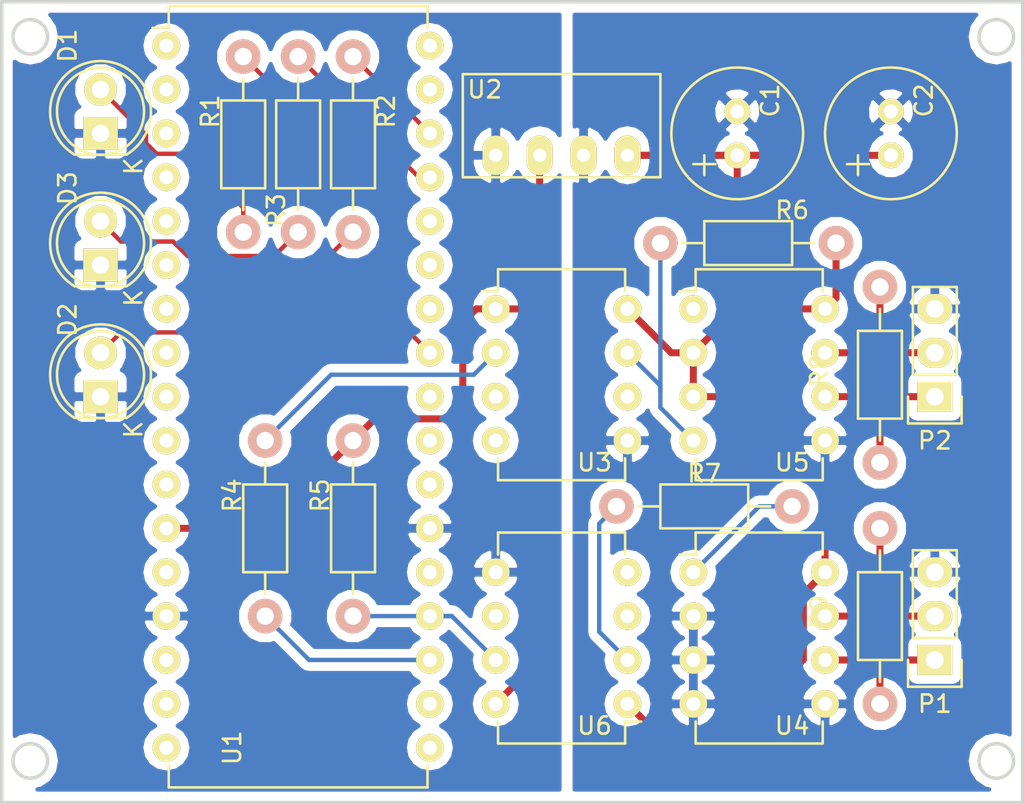
<source format=kicad_pcb>
(kicad_pcb (version 4) (host pcbnew "(2015-09-30 BZR 6231)-product")

  (general
    (links 51)
    (no_connects 0)
    (area 129.504 63.451 196.900715 119.540001)
    (thickness 1.6)
    (drawings 8)
    (tracks 87)
    (zones 0)
    (modules 22)
    (nets 21)
  )

  (page A4)
  (layers
    (0 F.Cu signal)
    (31 B.Cu signal)
    (32 B.Adhes user)
    (33 F.Adhes user)
    (34 B.Paste user)
    (35 F.Paste user)
    (36 B.SilkS user)
    (37 F.SilkS user)
    (38 B.Mask user hide)
    (39 F.Mask user hide)
    (40 Dwgs.User user)
    (41 Cmts.User user)
    (42 Eco1.User user)
    (43 Eco2.User user)
    (44 Edge.Cuts user)
    (45 Margin user)
    (46 B.CrtYd user)
    (47 F.CrtYd user)
    (48 B.Fab user)
    (49 F.Fab user)
  )

  (setup
    (last_trace_width 0.254)
    (trace_clearance 0.254)
    (zone_clearance 0.508)
    (zone_45_only no)
    (trace_min 0.2)
    (segment_width 0.2)
    (edge_width 0.2)
    (via_size 0.6)
    (via_drill 0.4)
    (via_min_size 0.4)
    (via_min_drill 0.3)
    (uvia_size 0.3)
    (uvia_drill 0.1)
    (uvias_allowed no)
    (uvia_min_size 0)
    (uvia_min_drill 0)
    (pcb_text_width 0.3)
    (pcb_text_size 1.5 1.5)
    (mod_edge_width 0.15)
    (mod_text_size 1 1)
    (mod_text_width 0.15)
    (pad_size 1.524 1.524)
    (pad_drill 0.762)
    (pad_to_mask_clearance 0.2)
    (aux_axis_origin 0 0)
    (grid_origin 138.43 69.85)
    (visible_elements FFFFFF7F)
    (pcbplotparams
      (layerselection 0x00030_80000001)
      (usegerberextensions false)
      (excludeedgelayer true)
      (linewidth 0.100000)
      (plotframeref false)
      (viasonmask false)
      (mode 1)
      (useauxorigin false)
      (hpglpennumber 1)
      (hpglpenspeed 20)
      (hpglpendiameter 15)
      (hpglpenoverlay 2)
      (psnegative false)
      (psa4output false)
      (plotreference true)
      (plotvalue true)
      (plotinvisibletext false)
      (padsonsilk false)
      (subtractmaskfromsilk false)
      (outputformat 1)
      (mirror false)
      (drillshape 1)
      (scaleselection 1)
      (outputdirectory ""))
  )

  (net 0 "")
  (net 1 GNDA)
  (net 2 VCC)
  (net 3 /LED1)
  (net 4 /LED2)
  (net 5 /LED3)
  (net 6 GND)
  (net 7 /ARD_TX)
  (net 8 "Net-(R4-Pad2)")
  (net 9 +5V)
  (net 10 /ARD_RX)
  (net 11 "Net-(R6-Pad2)")
  (net 12 "Net-(R7-Pad1)")
  (net 13 "Net-(R7-Pad2)")
  (net 14 "Net-(D1-Pad2)")
  (net 15 "Net-(D2-Pad2)")
  (net 16 "Net-(D3-Pad2)")
  (net 17 /RXA)
  (net 18 /RXB)
  (net 19 /TXA)
  (net 20 /TXB)

  (net_class Default "This is the default net class."
    (clearance 0.254)
    (trace_width 0.254)
    (via_dia 0.6)
    (via_drill 0.4)
    (uvia_dia 0.3)
    (uvia_drill 0.1)
    (add_net /ARD_RX)
    (add_net /ARD_TX)
    (add_net /LED1)
    (add_net /LED2)
    (add_net /LED3)
    (add_net "Net-(D1-Pad2)")
    (add_net "Net-(D2-Pad2)")
    (add_net "Net-(D3-Pad2)")
    (add_net "Net-(R4-Pad2)")
    (add_net "Net-(R6-Pad2)")
    (add_net "Net-(R7-Pad1)")
    (add_net "Net-(R7-Pad2)")
  )

  (net_class Power ""
    (clearance 0.254)
    (trace_width 0.4064)
    (via_dia 0.6)
    (via_drill 0.4)
    (uvia_dia 0.3)
    (uvia_drill 0.1)
    (add_net +5V)
    (add_net /RXA)
    (add_net /RXB)
    (add_net /TXA)
    (add_net /TXB)
    (add_net GND)
    (add_net GNDA)
    (add_net VCC)
  )

  (module Resistors_ThroughHole:Resistor_Horizontal_RM10mm (layer F.Cu) (tedit 53F56209) (tstamp 561642F1)
    (at 179.705 102.87 90)
    (descr "Resistor, Axial,  RM 10mm, 1/3W,")
    (tags "Resistor, Axial, RM 10mm, 1/3W,")
    (path /5616A360)
    (fp_text reference R9 (at 0.24892 -3.50012 90) (layer F.SilkS)
      (effects (font (size 1 1) (thickness 0.15)))
    )
    (fp_text value 120 (at 0 0 90) (layer F.Fab)
      (effects (font (size 1 1) (thickness 0.15)))
    )
    (fp_line (start -2.54 -1.27) (end 2.54 -1.27) (layer F.SilkS) (width 0.15))
    (fp_line (start 2.54 -1.27) (end 2.54 1.27) (layer F.SilkS) (width 0.15))
    (fp_line (start 2.54 1.27) (end -2.54 1.27) (layer F.SilkS) (width 0.15))
    (fp_line (start -2.54 1.27) (end -2.54 -1.27) (layer F.SilkS) (width 0.15))
    (fp_line (start -2.54 0) (end -3.81 0) (layer F.SilkS) (width 0.15))
    (fp_line (start 2.54 0) (end 3.81 0) (layer F.SilkS) (width 0.15))
    (pad 1 thru_hole circle (at -5.08 0 90) (size 1.99898 1.99898) (drill 1.00076) (layers *.Cu *.SilkS *.Mask)
      (net 17 /RXA))
    (pad 2 thru_hole circle (at 5.08 0 90) (size 1.99898 1.99898) (drill 1.00076) (layers *.Cu *.SilkS *.Mask)
      (net 18 /RXB))
    (model Resistors_ThroughHole.3dshapes/Resistor_Horizontal_RM10mm.wrl
      (at (xyz 0 0 0))
      (scale (xyz 0.4 0.4 0.4))
      (rotate (xyz 0 0 0))
    )
  )

  (module Arduino-Micro:DIP-34_W15.24mm (layer F.Cu) (tedit 5616AA61) (tstamp 56163733)
    (at 138.43 69.85)
    (descr "Arduino Micro")
    (tags "dil dip 2.54 600")
    (path /560D3EC6)
    (fp_text reference U1 (at 3.81 40.64 90) (layer F.SilkS)
      (effects (font (size 1 1) (thickness 0.15)))
    )
    (fp_text value Arduino-Micro (at 2.54 35.56 90) (layer F.Fab)
      (effects (font (size 1 1) (thickness 0.15)))
    )
    (fp_line (start -1.05 -2.45) (end -1.05 43.053095) (layer F.CrtYd) (width 0.05))
    (fp_line (start 16.3 -2.45) (end 16.3 43.053021) (layer F.CrtYd) (width 0.05))
    (fp_line (start -1.05 -2.45) (end 16.3 -2.45) (layer F.CrtYd) (width 0.05))
    (fp_line (start -1.05 43.09) (end 16.3 43.09) (layer F.CrtYd) (width 0.05))
    (fp_line (start 0.135 -2.295) (end 0.135 -1.025) (layer F.SilkS) (width 0.15))
    (fp_line (start 15.105 -2.295) (end 15.105 -1.025) (layer F.SilkS) (width 0.15))
    (fp_line (start 15.105 42.935) (end 15.105 41.665) (layer F.SilkS) (width 0.15))
    (fp_line (start 0.135 42.935) (end 0.135 41.665) (layer F.SilkS) (width 0.15))
    (fp_line (start 0.135 -2.295) (end 15.105 -2.295) (layer F.SilkS) (width 0.15))
    (fp_line (start 0.135 42.935) (end 15.105 42.935) (layer F.SilkS) (width 0.15))
    (fp_line (start 0.135 -1.025) (end -0.8 -1.025) (layer F.SilkS) (width 0.15))
    (pad 18 thru_hole oval (at 15.24 40.64) (size 1.6 1.6) (drill 0.8) (layers *.Cu *.Mask F.SilkS))
    (pad 17 thru_hole oval (at 0 40.64) (size 1.6 1.6) (drill 0.8) (layers *.Cu *.Mask F.SilkS))
    (pad 1 thru_hole oval (at 0 0) (size 1.6 1.6) (drill 0.8) (layers *.Cu *.Mask F.SilkS))
    (pad 2 thru_hole oval (at 0 2.54) (size 1.6 1.6) (drill 0.8) (layers *.Cu *.Mask F.SilkS))
    (pad 3 thru_hole oval (at 0 5.08) (size 1.6 1.6) (drill 0.8) (layers *.Cu *.Mask F.SilkS))
    (pad 4 thru_hole oval (at 0 7.62) (size 1.6 1.6) (drill 0.8) (layers *.Cu *.Mask F.SilkS))
    (pad 5 thru_hole oval (at 0 10.16) (size 1.6 1.6) (drill 0.8) (layers *.Cu *.Mask F.SilkS))
    (pad 6 thru_hole oval (at 0 12.7) (size 1.6 1.6) (drill 0.8) (layers *.Cu *.Mask F.SilkS))
    (pad 7 thru_hole oval (at 0 15.24) (size 1.6 1.6) (drill 0.8) (layers *.Cu *.Mask F.SilkS))
    (pad 8 thru_hole oval (at 0 17.78) (size 1.6 1.6) (drill 0.8) (layers *.Cu *.Mask F.SilkS))
    (pad 9 thru_hole oval (at 0 20.32) (size 1.6 1.6) (drill 0.8) (layers *.Cu *.Mask F.SilkS))
    (pad 10 thru_hole oval (at 0 22.86) (size 1.6 1.6) (drill 0.8) (layers *.Cu *.Mask F.SilkS))
    (pad 11 thru_hole oval (at 0 25.4) (size 1.6 1.6) (drill 0.8) (layers *.Cu *.Mask F.SilkS))
    (pad 12 thru_hole oval (at 0 27.94) (size 1.6 1.6) (drill 0.8) (layers *.Cu *.Mask F.SilkS)
      (net 9 +5V))
    (pad 13 thru_hole oval (at 0 30.48) (size 1.6 1.6) (drill 0.8) (layers *.Cu *.Mask F.SilkS))
    (pad 14 thru_hole oval (at 0 33.02) (size 1.6 1.6) (drill 0.8) (layers *.Cu *.Mask F.SilkS)
      (net 6 GND))
    (pad 15 thru_hole oval (at 0 35.56) (size 1.6 1.6) (drill 0.8) (layers *.Cu *.Mask F.SilkS))
    (pad 16 thru_hole oval (at 0 38.1) (size 1.6 1.6) (drill 0.8) (layers *.Cu *.Mask F.SilkS))
    (pad 19 thru_hole oval (at 15.24 38.1) (size 1.6 1.6) (drill 0.8) (layers *.Cu *.Mask F.SilkS))
    (pad 20 thru_hole oval (at 15.24 35.56) (size 1.6 1.6) (drill 0.8) (layers *.Cu *.Mask F.SilkS)
      (net 7 /ARD_TX))
    (pad 21 thru_hole oval (at 15.24 33.02) (size 1.6 1.6) (drill 0.8) (layers *.Cu *.Mask F.SilkS)
      (net 10 /ARD_RX))
    (pad 22 thru_hole oval (at 15.24 30.48) (size 1.6 1.6) (drill 0.8) (layers *.Cu *.Mask F.SilkS))
    (pad 23 thru_hole oval (at 15.24 27.94) (size 1.6 1.6) (drill 0.8) (layers *.Cu *.Mask F.SilkS)
      (net 6 GND))
    (pad 24 thru_hole oval (at 15.24 25.4) (size 1.6 1.6) (drill 0.8) (layers *.Cu *.Mask F.SilkS))
    (pad 25 thru_hole oval (at 15.24 22.86) (size 1.6 1.6) (drill 0.8) (layers *.Cu *.Mask F.SilkS))
    (pad 26 thru_hole oval (at 15.24 20.32) (size 1.6 1.6) (drill 0.8) (layers *.Cu *.Mask F.SilkS))
    (pad 27 thru_hole oval (at 15.24 17.78) (size 1.6 1.6) (drill 0.8) (layers *.Cu *.Mask F.SilkS)
      (net 3 /LED1))
    (pad 28 thru_hole oval (at 15.24 15.24) (size 1.6 1.6) (drill 0.8) (layers *.Cu *.Mask F.SilkS))
    (pad 29 thru_hole oval (at 15.24 12.7) (size 1.6 1.6) (drill 0.8) (layers *.Cu *.Mask F.SilkS))
    (pad 30 thru_hole oval (at 15.24 10.16) (size 1.6 1.6) (drill 0.8) (layers *.Cu *.Mask F.SilkS))
    (pad 31 thru_hole oval (at 15.24 7.62) (size 1.6 1.6) (drill 0.8) (layers *.Cu *.Mask F.SilkS)
      (net 5 /LED3))
    (pad 32 thru_hole oval (at 15.24 5.08) (size 1.6 1.6) (drill 0.8) (layers *.Cu *.Mask F.SilkS)
      (net 4 /LED2))
    (pad 33 thru_hole oval (at 15.24 2.54) (size 1.6 1.6) (drill 0.8) (layers *.Cu *.Mask F.SilkS))
    (pad 34 thru_hole oval (at 15.24 0) (size 1.6 1.6) (drill 0.8) (layers *.Cu *.Mask F.SilkS))
    (model Housings_DIP.3dshapes/DIP-32_W15.24mm.wrl
      (at (xyz 0 0 0))
      (scale (xyz 1 1 1))
      (rotate (xyz 0 0 0))
    )
  )

  (module SIP-4:SIP-4_W6.00mm (layer F.Cu) (tedit 561634D5) (tstamp 5616373F)
    (at 157.48 76.2)
    (path /56163626)
    (fp_text reference U2 (at -0.635 -3.81) (layer F.SilkS)
      (effects (font (size 1 1) (thickness 0.15)))
    )
    (fp_text value MEE1S0505SC (at 4 -6.25) (layer F.Fab)
      (effects (font (size 1 1) (thickness 0.15)))
    )
    (fp_line (start -1.905 1.27) (end 9.525 1.27) (layer F.SilkS) (width 0.15))
    (fp_line (start 9.525 1.27) (end 9.525 -4.699) (layer F.SilkS) (width 0.15))
    (fp_line (start 9.525 -4.699) (end -1.905 -4.699) (layer F.SilkS) (width 0.15))
    (fp_line (start -1.905 -4.699) (end -1.905 1.27) (layer F.SilkS) (width 0.15))
    (pad 4 thru_hole oval (at 7.62 0) (size 1.524 2.286) (drill 0.762) (layers *.Cu *.Mask F.SilkS)
      (net 2 VCC))
    (pad 3 thru_hole oval (at 5.08 0) (size 1.524 2.286) (drill 0.762) (layers *.Cu *.Mask F.SilkS)
      (net 1 GNDA))
    (pad 2 thru_hole oval (at 2.54 0) (size 1.524 2.286) (drill 0.762) (layers *.Cu *.Mask F.SilkS)
      (net 9 +5V))
    (pad 1 thru_hole oval (at 0 0) (size 1.524 2.286) (drill 0.762) (layers *.Cu *.Mask F.SilkS)
      (net 6 GND))
  )

  (module Pin_Headers:Pin_Header_Straight_1x03 (layer F.Cu) (tedit 0) (tstamp 56163783)
    (at 182.88 105.41 180)
    (descr "Through hole pin header")
    (tags "pin header")
    (path /561637E3)
    (fp_text reference P1 (at 0 -2.54 180) (layer F.SilkS)
      (effects (font (size 1 1) (thickness 0.15)))
    )
    (fp_text value DMX_RX (at -3.175 2.54 270) (layer F.Fab)
      (effects (font (size 1 1) (thickness 0.15)))
    )
    (fp_line (start -1.75 -1.75) (end -1.75 6.85) (layer F.CrtYd) (width 0.05))
    (fp_line (start 1.75 -1.75) (end 1.75 6.85) (layer F.CrtYd) (width 0.05))
    (fp_line (start -1.75 -1.75) (end 1.75 -1.75) (layer F.CrtYd) (width 0.05))
    (fp_line (start -1.75 6.85) (end 1.75 6.85) (layer F.CrtYd) (width 0.05))
    (fp_line (start -1.27 1.27) (end -1.27 6.35) (layer F.SilkS) (width 0.15))
    (fp_line (start -1.27 6.35) (end 1.27 6.35) (layer F.SilkS) (width 0.15))
    (fp_line (start 1.27 6.35) (end 1.27 1.27) (layer F.SilkS) (width 0.15))
    (fp_line (start 1.55 -1.55) (end 1.55 0) (layer F.SilkS) (width 0.15))
    (fp_line (start 1.27 1.27) (end -1.27 1.27) (layer F.SilkS) (width 0.15))
    (fp_line (start -1.55 0) (end -1.55 -1.55) (layer F.SilkS) (width 0.15))
    (fp_line (start -1.55 -1.55) (end 1.55 -1.55) (layer F.SilkS) (width 0.15))
    (pad 1 thru_hole rect (at 0 0 180) (size 2.032 1.7272) (drill 1.016) (layers *.Cu *.Mask F.SilkS)
      (net 17 /RXA))
    (pad 2 thru_hole oval (at 0 2.54 180) (size 2.032 1.7272) (drill 1.016) (layers *.Cu *.Mask F.SilkS)
      (net 18 /RXB))
    (pad 3 thru_hole oval (at 0 5.08 180) (size 2.032 1.7272) (drill 1.016) (layers *.Cu *.Mask F.SilkS)
      (net 1 GNDA))
    (model Pin_Headers.3dshapes/Pin_Header_Straight_1x03.wrl
      (at (xyz 0 -0.1 0))
      (scale (xyz 1 1 1))
      (rotate (xyz 0 0 90))
    )
  )

  (module Pin_Headers:Pin_Header_Straight_1x03 (layer F.Cu) (tedit 0) (tstamp 5616378A)
    (at 182.88 90.17 180)
    (descr "Through hole pin header")
    (tags "pin header")
    (path /56163851)
    (fp_text reference P2 (at 0 -2.54 180) (layer F.SilkS)
      (effects (font (size 1 1) (thickness 0.15)))
    )
    (fp_text value DMX_TX (at -3.175 2.54 270) (layer F.Fab)
      (effects (font (size 1 1) (thickness 0.15)))
    )
    (fp_line (start -1.75 -1.75) (end -1.75 6.85) (layer F.CrtYd) (width 0.05))
    (fp_line (start 1.75 -1.75) (end 1.75 6.85) (layer F.CrtYd) (width 0.05))
    (fp_line (start -1.75 -1.75) (end 1.75 -1.75) (layer F.CrtYd) (width 0.05))
    (fp_line (start -1.75 6.85) (end 1.75 6.85) (layer F.CrtYd) (width 0.05))
    (fp_line (start -1.27 1.27) (end -1.27 6.35) (layer F.SilkS) (width 0.15))
    (fp_line (start -1.27 6.35) (end 1.27 6.35) (layer F.SilkS) (width 0.15))
    (fp_line (start 1.27 6.35) (end 1.27 1.27) (layer F.SilkS) (width 0.15))
    (fp_line (start 1.55 -1.55) (end 1.55 0) (layer F.SilkS) (width 0.15))
    (fp_line (start 1.27 1.27) (end -1.27 1.27) (layer F.SilkS) (width 0.15))
    (fp_line (start -1.55 0) (end -1.55 -1.55) (layer F.SilkS) (width 0.15))
    (fp_line (start -1.55 -1.55) (end 1.55 -1.55) (layer F.SilkS) (width 0.15))
    (pad 1 thru_hole rect (at 0 0 180) (size 2.032 1.7272) (drill 1.016) (layers *.Cu *.Mask F.SilkS)
      (net 19 /TXA))
    (pad 2 thru_hole oval (at 0 2.54 180) (size 2.032 1.7272) (drill 1.016) (layers *.Cu *.Mask F.SilkS)
      (net 20 /TXB))
    (pad 3 thru_hole oval (at 0 5.08 180) (size 2.032 1.7272) (drill 1.016) (layers *.Cu *.Mask F.SilkS)
      (net 1 GNDA))
    (model Pin_Headers.3dshapes/Pin_Header_Straight_1x03.wrl
      (at (xyz 0 -0.1 0))
      (scale (xyz 1 1 1))
      (rotate (xyz 0 0 90))
    )
  )

  (module Housings_DIP:DIP-8_W7.62mm (layer F.Cu) (tedit 54130A77) (tstamp 56163796)
    (at 157.48 85.09)
    (descr "8-lead dip package, row spacing 7.62 mm (300 mils)")
    (tags "dil dip 2.54 300")
    (path /561638D9)
    (fp_text reference U3 (at 5.715 8.89) (layer F.SilkS)
      (effects (font (size 1 1) (thickness 0.15)))
    )
    (fp_text value HCPL2630 (at 3.81 3.81 90) (layer F.Fab)
      (effects (font (size 1 1) (thickness 0.15)))
    )
    (fp_line (start -1.05 -2.45) (end -1.05 10.1) (layer F.CrtYd) (width 0.05))
    (fp_line (start 8.65 -2.45) (end 8.65 10.1) (layer F.CrtYd) (width 0.05))
    (fp_line (start -1.05 -2.45) (end 8.65 -2.45) (layer F.CrtYd) (width 0.05))
    (fp_line (start -1.05 10.1) (end 8.65 10.1) (layer F.CrtYd) (width 0.05))
    (fp_line (start 0.135 -2.295) (end 0.135 -1.025) (layer F.SilkS) (width 0.15))
    (fp_line (start 7.485 -2.295) (end 7.485 -1.025) (layer F.SilkS) (width 0.15))
    (fp_line (start 7.485 9.915) (end 7.485 8.645) (layer F.SilkS) (width 0.15))
    (fp_line (start 0.135 9.915) (end 0.135 8.645) (layer F.SilkS) (width 0.15))
    (fp_line (start 0.135 -2.295) (end 7.485 -2.295) (layer F.SilkS) (width 0.15))
    (fp_line (start 0.135 9.915) (end 7.485 9.915) (layer F.SilkS) (width 0.15))
    (fp_line (start 0.135 -1.025) (end -0.8 -1.025) (layer F.SilkS) (width 0.15))
    (pad 1 thru_hole oval (at 0 0) (size 1.6 1.6) (drill 0.8) (layers *.Cu *.Mask F.SilkS)
      (net 9 +5V))
    (pad 2 thru_hole oval (at 0 2.54) (size 1.6 1.6) (drill 0.8) (layers *.Cu *.Mask F.SilkS)
      (net 8 "Net-(R4-Pad2)"))
    (pad 3 thru_hole oval (at 0 5.08) (size 1.6 1.6) (drill 0.8) (layers *.Cu *.Mask F.SilkS))
    (pad 4 thru_hole oval (at 0 7.62) (size 1.6 1.6) (drill 0.8) (layers *.Cu *.Mask F.SilkS))
    (pad 5 thru_hole oval (at 7.62 7.62) (size 1.6 1.6) (drill 0.8) (layers *.Cu *.Mask F.SilkS)
      (net 1 GNDA))
    (pad 6 thru_hole oval (at 7.62 5.08) (size 1.6 1.6) (drill 0.8) (layers *.Cu *.Mask F.SilkS))
    (pad 7 thru_hole oval (at 7.62 2.54) (size 1.6 1.6) (drill 0.8) (layers *.Cu *.Mask F.SilkS)
      (net 11 "Net-(R6-Pad2)"))
    (pad 8 thru_hole oval (at 7.62 0) (size 1.6 1.6) (drill 0.8) (layers *.Cu *.Mask F.SilkS)
      (net 2 VCC))
    (model Housings_DIP.3dshapes/DIP-8_W7.62mm.wrl
      (at (xyz 0 0 0))
      (scale (xyz 1 1 1))
      (rotate (xyz 0 0 0))
    )
  )

  (module Housings_DIP:DIP-8_W7.62mm (layer F.Cu) (tedit 54130A77) (tstamp 561637A2)
    (at 168.91 100.33)
    (descr "8-lead dip package, row spacing 7.62 mm (300 mils)")
    (tags "dil dip 2.54 300")
    (path /561636DF)
    (fp_text reference U4 (at 5.715 8.89) (layer F.SilkS)
      (effects (font (size 1 1) (thickness 0.15)))
    )
    (fp_text value 75176 (at 3.81 4.445 90) (layer F.Fab)
      (effects (font (size 1 1) (thickness 0.15)))
    )
    (fp_line (start -1.05 -2.45) (end -1.05 10.1) (layer F.CrtYd) (width 0.05))
    (fp_line (start 8.65 -2.45) (end 8.65 10.1) (layer F.CrtYd) (width 0.05))
    (fp_line (start -1.05 -2.45) (end 8.65 -2.45) (layer F.CrtYd) (width 0.05))
    (fp_line (start -1.05 10.1) (end 8.65 10.1) (layer F.CrtYd) (width 0.05))
    (fp_line (start 0.135 -2.295) (end 0.135 -1.025) (layer F.SilkS) (width 0.15))
    (fp_line (start 7.485 -2.295) (end 7.485 -1.025) (layer F.SilkS) (width 0.15))
    (fp_line (start 7.485 9.915) (end 7.485 8.645) (layer F.SilkS) (width 0.15))
    (fp_line (start 0.135 9.915) (end 0.135 8.645) (layer F.SilkS) (width 0.15))
    (fp_line (start 0.135 -2.295) (end 7.485 -2.295) (layer F.SilkS) (width 0.15))
    (fp_line (start 0.135 9.915) (end 7.485 9.915) (layer F.SilkS) (width 0.15))
    (fp_line (start 0.135 -1.025) (end -0.8 -1.025) (layer F.SilkS) (width 0.15))
    (pad 1 thru_hole oval (at 0 0) (size 1.6 1.6) (drill 0.8) (layers *.Cu *.Mask F.SilkS)
      (net 13 "Net-(R7-Pad2)"))
    (pad 2 thru_hole oval (at 0 2.54) (size 1.6 1.6) (drill 0.8) (layers *.Cu *.Mask F.SilkS)
      (net 1 GNDA))
    (pad 3 thru_hole oval (at 0 5.08) (size 1.6 1.6) (drill 0.8) (layers *.Cu *.Mask F.SilkS)
      (net 1 GNDA))
    (pad 4 thru_hole oval (at 0 7.62) (size 1.6 1.6) (drill 0.8) (layers *.Cu *.Mask F.SilkS)
      (net 1 GNDA))
    (pad 5 thru_hole oval (at 7.62 7.62) (size 1.6 1.6) (drill 0.8) (layers *.Cu *.Mask F.SilkS)
      (net 1 GNDA))
    (pad 6 thru_hole oval (at 7.62 5.08) (size 1.6 1.6) (drill 0.8) (layers *.Cu *.Mask F.SilkS)
      (net 17 /RXA))
    (pad 7 thru_hole oval (at 7.62 2.54) (size 1.6 1.6) (drill 0.8) (layers *.Cu *.Mask F.SilkS)
      (net 18 /RXB))
    (pad 8 thru_hole oval (at 7.62 0) (size 1.6 1.6) (drill 0.8) (layers *.Cu *.Mask F.SilkS)
      (net 2 VCC))
    (model Housings_DIP.3dshapes/DIP-8_W7.62mm.wrl
      (at (xyz 0 0 0))
      (scale (xyz 1 1 1))
      (rotate (xyz 0 0 0))
    )
  )

  (module Housings_DIP:DIP-8_W7.62mm (layer F.Cu) (tedit 54130A77) (tstamp 561637AE)
    (at 168.91 85.09)
    (descr "8-lead dip package, row spacing 7.62 mm (300 mils)")
    (tags "dil dip 2.54 300")
    (path /56163761)
    (fp_text reference U5 (at 5.715 8.89) (layer F.SilkS)
      (effects (font (size 1 1) (thickness 0.15)))
    )
    (fp_text value 75176 (at 3.81 3.81 90) (layer F.Fab)
      (effects (font (size 1 1) (thickness 0.15)))
    )
    (fp_line (start -1.05 -2.45) (end -1.05 10.1) (layer F.CrtYd) (width 0.05))
    (fp_line (start 8.65 -2.45) (end 8.65 10.1) (layer F.CrtYd) (width 0.05))
    (fp_line (start -1.05 -2.45) (end 8.65 -2.45) (layer F.CrtYd) (width 0.05))
    (fp_line (start -1.05 10.1) (end 8.65 10.1) (layer F.CrtYd) (width 0.05))
    (fp_line (start 0.135 -2.295) (end 0.135 -1.025) (layer F.SilkS) (width 0.15))
    (fp_line (start 7.485 -2.295) (end 7.485 -1.025) (layer F.SilkS) (width 0.15))
    (fp_line (start 7.485 9.915) (end 7.485 8.645) (layer F.SilkS) (width 0.15))
    (fp_line (start 0.135 9.915) (end 0.135 8.645) (layer F.SilkS) (width 0.15))
    (fp_line (start 0.135 -2.295) (end 7.485 -2.295) (layer F.SilkS) (width 0.15))
    (fp_line (start 0.135 9.915) (end 7.485 9.915) (layer F.SilkS) (width 0.15))
    (fp_line (start 0.135 -1.025) (end -0.8 -1.025) (layer F.SilkS) (width 0.15))
    (pad 1 thru_hole oval (at 0 0) (size 1.6 1.6) (drill 0.8) (layers *.Cu *.Mask F.SilkS))
    (pad 2 thru_hole oval (at 0 2.54) (size 1.6 1.6) (drill 0.8) (layers *.Cu *.Mask F.SilkS)
      (net 2 VCC))
    (pad 3 thru_hole oval (at 0 5.08) (size 1.6 1.6) (drill 0.8) (layers *.Cu *.Mask F.SilkS)
      (net 2 VCC))
    (pad 4 thru_hole oval (at 0 7.62) (size 1.6 1.6) (drill 0.8) (layers *.Cu *.Mask F.SilkS)
      (net 11 "Net-(R6-Pad2)"))
    (pad 5 thru_hole oval (at 7.62 7.62) (size 1.6 1.6) (drill 0.8) (layers *.Cu *.Mask F.SilkS)
      (net 1 GNDA))
    (pad 6 thru_hole oval (at 7.62 5.08) (size 1.6 1.6) (drill 0.8) (layers *.Cu *.Mask F.SilkS)
      (net 19 /TXA))
    (pad 7 thru_hole oval (at 7.62 2.54) (size 1.6 1.6) (drill 0.8) (layers *.Cu *.Mask F.SilkS)
      (net 20 /TXB))
    (pad 8 thru_hole oval (at 7.62 0) (size 1.6 1.6) (drill 0.8) (layers *.Cu *.Mask F.SilkS)
      (net 2 VCC))
    (model Housings_DIP.3dshapes/DIP-8_W7.62mm.wrl
      (at (xyz 0 0 0))
      (scale (xyz 1 1 1))
      (rotate (xyz 0 0 0))
    )
  )

  (module Housings_DIP:DIP-8_W7.62mm (layer F.Cu) (tedit 54130A77) (tstamp 561637BA)
    (at 165.1 107.95 180)
    (descr "8-lead dip package, row spacing 7.62 mm (300 mils)")
    (tags "dil dip 2.54 300")
    (path /561638A3)
    (fp_text reference U6 (at 1.905 -1.27 180) (layer F.SilkS)
      (effects (font (size 1 1) (thickness 0.15)))
    )
    (fp_text value HCPL2630 (at 3.81 3.81 270) (layer F.Fab)
      (effects (font (size 1 1) (thickness 0.15)))
    )
    (fp_line (start -1.05 -2.45) (end -1.05 10.1) (layer F.CrtYd) (width 0.05))
    (fp_line (start 8.65 -2.45) (end 8.65 10.1) (layer F.CrtYd) (width 0.05))
    (fp_line (start -1.05 -2.45) (end 8.65 -2.45) (layer F.CrtYd) (width 0.05))
    (fp_line (start -1.05 10.1) (end 8.65 10.1) (layer F.CrtYd) (width 0.05))
    (fp_line (start 0.135 -2.295) (end 0.135 -1.025) (layer F.SilkS) (width 0.15))
    (fp_line (start 7.485 -2.295) (end 7.485 -1.025) (layer F.SilkS) (width 0.15))
    (fp_line (start 7.485 9.915) (end 7.485 8.645) (layer F.SilkS) (width 0.15))
    (fp_line (start 0.135 9.915) (end 0.135 8.645) (layer F.SilkS) (width 0.15))
    (fp_line (start 0.135 -2.295) (end 7.485 -2.295) (layer F.SilkS) (width 0.15))
    (fp_line (start 0.135 9.915) (end 7.485 9.915) (layer F.SilkS) (width 0.15))
    (fp_line (start 0.135 -1.025) (end -0.8 -1.025) (layer F.SilkS) (width 0.15))
    (pad 1 thru_hole oval (at 0 0 180) (size 1.6 1.6) (drill 0.8) (layers *.Cu *.Mask F.SilkS)
      (net 2 VCC))
    (pad 2 thru_hole oval (at 0 2.54 180) (size 1.6 1.6) (drill 0.8) (layers *.Cu *.Mask F.SilkS)
      (net 12 "Net-(R7-Pad1)"))
    (pad 3 thru_hole oval (at 0 5.08 180) (size 1.6 1.6) (drill 0.8) (layers *.Cu *.Mask F.SilkS))
    (pad 4 thru_hole oval (at 0 7.62 180) (size 1.6 1.6) (drill 0.8) (layers *.Cu *.Mask F.SilkS))
    (pad 5 thru_hole oval (at 7.62 7.62 180) (size 1.6 1.6) (drill 0.8) (layers *.Cu *.Mask F.SilkS)
      (net 6 GND))
    (pad 6 thru_hole oval (at 7.62 5.08 180) (size 1.6 1.6) (drill 0.8) (layers *.Cu *.Mask F.SilkS))
    (pad 7 thru_hole oval (at 7.62 2.54 180) (size 1.6 1.6) (drill 0.8) (layers *.Cu *.Mask F.SilkS)
      (net 10 /ARD_RX))
    (pad 8 thru_hole oval (at 7.62 0 180) (size 1.6 1.6) (drill 0.8) (layers *.Cu *.Mask F.SilkS)
      (net 9 +5V))
    (model Housings_DIP.3dshapes/DIP-8_W7.62mm.wrl
      (at (xyz 0 0 0))
      (scale (xyz 1 1 1))
      (rotate (xyz 0 0 0))
    )
  )

  (module Capacitors_Elko_ThroughHole:Elko_vert_11.2x7.5mm_RM2.5 (layer F.Cu) (tedit 5454A17B) (tstamp 561642A3)
    (at 171.45 76.2 90)
    (descr "Electrolytic Capacitor, vertical, diameter 7,5mm, RM 2,5mm, radial,")
    (tags "Electrolytic Capacitor, vertical, diameter 7,5mm, RM 2,5mm, Elko, Electrolytkondensator, Kondensator gepolt, Durchmesser 7,5mm, radial,")
    (path /56170406)
    (fp_text reference C1 (at 3.175 1.905 90) (layer F.SilkS)
      (effects (font (size 1 1) (thickness 0.15)))
    )
    (fp_text value CP (at 1.27 6.35 90) (layer F.Fab)
      (effects (font (size 1 1) (thickness 0.15)))
    )
    (fp_line (start -0.508 -2.54) (end -0.508 -1.27) (layer F.SilkS) (width 0.15))
    (fp_line (start -1.143 -1.905) (end 0 -1.905) (layer F.SilkS) (width 0.15))
    (fp_line (start -0.508 -2.54) (end -0.508 -1.27) (layer F.Cu) (width 0.15))
    (fp_line (start -1.143 -1.905) (end 0 -1.905) (layer F.Cu) (width 0.15))
    (fp_circle (center 1.27 0) (end 5.08 0) (layer F.SilkS) (width 0.15))
    (pad 2 thru_hole circle (at 2.54 0 90) (size 1.50114 1.50114) (drill 0.8001) (layers *.Cu *.Mask F.SilkS)
      (net 1 GNDA))
    (pad 1 thru_hole circle (at 0 0 90) (size 1.50114 1.50114) (drill 0.8001) (layers *.Cu *.Mask F.SilkS)
      (net 2 VCC))
    (model Capacitors_Elko_ThroughHole.3dshapes/Elko_vert_11.2x7.5mm_RM2.5.wrl
      (at (xyz 0 0 0))
      (scale (xyz 1 1 1))
      (rotate (xyz 0 0 0))
    )
  )

  (module Capacitors_Elko_ThroughHole:Elko_vert_11.2x7.5mm_RM2.5 (layer F.Cu) (tedit 5454A17B) (tstamp 561642A9)
    (at 180.34 76.2 90)
    (descr "Electrolytic Capacitor, vertical, diameter 7,5mm, RM 2,5mm, radial,")
    (tags "Electrolytic Capacitor, vertical, diameter 7,5mm, RM 2,5mm, Elko, Electrolytkondensator, Kondensator gepolt, Durchmesser 7,5mm, radial,")
    (path /56170468)
    (fp_text reference C2 (at 3.175 1.905 90) (layer F.SilkS)
      (effects (font (size 1 1) (thickness 0.15)))
    )
    (fp_text value CP (at 1.27 6.35 90) (layer F.Fab)
      (effects (font (size 1 1) (thickness 0.15)))
    )
    (fp_line (start -0.508 -2.54) (end -0.508 -1.27) (layer F.SilkS) (width 0.15))
    (fp_line (start -1.143 -1.905) (end 0 -1.905) (layer F.SilkS) (width 0.15))
    (fp_line (start -0.508 -2.54) (end -0.508 -1.27) (layer F.Cu) (width 0.15))
    (fp_line (start -1.143 -1.905) (end 0 -1.905) (layer F.Cu) (width 0.15))
    (fp_circle (center 1.27 0) (end 5.08 0) (layer F.SilkS) (width 0.15))
    (pad 2 thru_hole circle (at 2.54 0 90) (size 1.50114 1.50114) (drill 0.8001) (layers *.Cu *.Mask F.SilkS)
      (net 1 GNDA))
    (pad 1 thru_hole circle (at 0 0 90) (size 1.50114 1.50114) (drill 0.8001) (layers *.Cu *.Mask F.SilkS)
      (net 2 VCC))
    (model Capacitors_Elko_ThroughHole.3dshapes/Elko_vert_11.2x7.5mm_RM2.5.wrl
      (at (xyz 0 0 0))
      (scale (xyz 1 1 1))
      (rotate (xyz 0 0 0))
    )
  )

  (module LEDs:LED-5MM (layer F.Cu) (tedit 5570F7EA) (tstamp 561642AF)
    (at 134.62 74.93 90)
    (descr "LED 5mm round vertical")
    (tags "LED 5mm round vertical")
    (path /56179D69)
    (fp_text reference D1 (at 5.08 -1.905 90) (layer F.SilkS)
      (effects (font (size 1 1) (thickness 0.15)))
    )
    (fp_text value LED (at 1.524 -3.937 90) (layer F.Fab)
      (effects (font (size 1 1) (thickness 0.15)))
    )
    (fp_line (start -1.5 -1.55) (end -1.5 1.55) (layer F.CrtYd) (width 0.05))
    (fp_arc (start 1.3 0) (end -1.5 1.55) (angle -302) (layer F.CrtYd) (width 0.05))
    (fp_arc (start 1.27 0) (end -1.23 -1.5) (angle 297.5) (layer F.SilkS) (width 0.15))
    (fp_line (start -1.23 1.5) (end -1.23 -1.5) (layer F.SilkS) (width 0.15))
    (fp_circle (center 1.27 0) (end 0.97 -2.5) (layer F.SilkS) (width 0.15))
    (fp_text user K (at -1.905 1.905 90) (layer F.SilkS)
      (effects (font (size 1 1) (thickness 0.15)))
    )
    (pad 1 thru_hole rect (at 0 0 180) (size 2 1.9) (drill 1.00076) (layers *.Cu *.Mask F.SilkS)
      (net 6 GND))
    (pad 2 thru_hole circle (at 2.54 0 90) (size 1.9 1.9) (drill 1.00076) (layers *.Cu *.Mask F.SilkS)
      (net 14 "Net-(D1-Pad2)"))
    (model LEDs.3dshapes/LED-5MM.wrl
      (at (xyz 0.05 0 0))
      (scale (xyz 1 1 1))
      (rotate (xyz 0 0 90))
    )
  )

  (module LEDs:LED-5MM (layer F.Cu) (tedit 5570F7EA) (tstamp 561642B5)
    (at 134.62 90.17 90)
    (descr "LED 5mm round vertical")
    (tags "LED 5mm round vertical")
    (path /5617BA85)
    (fp_text reference D2 (at 4.445 -1.905 90) (layer F.SilkS)
      (effects (font (size 1 1) (thickness 0.15)))
    )
    (fp_text value LED (at 1.524 -3.937 90) (layer F.Fab)
      (effects (font (size 1 1) (thickness 0.15)))
    )
    (fp_line (start -1.5 -1.55) (end -1.5 1.55) (layer F.CrtYd) (width 0.05))
    (fp_arc (start 1.3 0) (end -1.5 1.55) (angle -302) (layer F.CrtYd) (width 0.05))
    (fp_arc (start 1.27 0) (end -1.23 -1.5) (angle 297.5) (layer F.SilkS) (width 0.15))
    (fp_line (start -1.23 1.5) (end -1.23 -1.5) (layer F.SilkS) (width 0.15))
    (fp_circle (center 1.27 0) (end 0.97 -2.5) (layer F.SilkS) (width 0.15))
    (fp_text user K (at -1.905 1.905 90) (layer F.SilkS)
      (effects (font (size 1 1) (thickness 0.15)))
    )
    (pad 1 thru_hole rect (at 0 0 180) (size 2 1.9) (drill 1.00076) (layers *.Cu *.Mask F.SilkS)
      (net 6 GND))
    (pad 2 thru_hole circle (at 2.54 0 90) (size 1.9 1.9) (drill 1.00076) (layers *.Cu *.Mask F.SilkS)
      (net 15 "Net-(D2-Pad2)"))
    (model LEDs.3dshapes/LED-5MM.wrl
      (at (xyz 0.05 0 0))
      (scale (xyz 1 1 1))
      (rotate (xyz 0 0 90))
    )
  )

  (module LEDs:LED-5MM (layer F.Cu) (tedit 5570F7EA) (tstamp 561642BB)
    (at 134.62 82.55 90)
    (descr "LED 5mm round vertical")
    (tags "LED 5mm round vertical")
    (path /5617C12F)
    (fp_text reference D3 (at 4.445 -1.905 90) (layer F.SilkS)
      (effects (font (size 1 1) (thickness 0.15)))
    )
    (fp_text value LED (at 1.524 -3.937 90) (layer F.Fab)
      (effects (font (size 1 1) (thickness 0.15)))
    )
    (fp_line (start -1.5 -1.55) (end -1.5 1.55) (layer F.CrtYd) (width 0.05))
    (fp_arc (start 1.3 0) (end -1.5 1.55) (angle -302) (layer F.CrtYd) (width 0.05))
    (fp_arc (start 1.27 0) (end -1.23 -1.5) (angle 297.5) (layer F.SilkS) (width 0.15))
    (fp_line (start -1.23 1.5) (end -1.23 -1.5) (layer F.SilkS) (width 0.15))
    (fp_circle (center 1.27 0) (end 0.97 -2.5) (layer F.SilkS) (width 0.15))
    (fp_text user K (at -1.905 1.905 90) (layer F.SilkS)
      (effects (font (size 1 1) (thickness 0.15)))
    )
    (pad 1 thru_hole rect (at 0 0 180) (size 2 1.9) (drill 1.00076) (layers *.Cu *.Mask F.SilkS)
      (net 6 GND))
    (pad 2 thru_hole circle (at 2.54 0 90) (size 1.9 1.9) (drill 1.00076) (layers *.Cu *.Mask F.SilkS)
      (net 16 "Net-(D3-Pad2)"))
    (model LEDs.3dshapes/LED-5MM.wrl
      (at (xyz 0.05 0 0))
      (scale (xyz 1 1 1))
      (rotate (xyz 0 0 90))
    )
  )

  (module Resistors_ThroughHole:Resistor_Horizontal_RM10mm (layer F.Cu) (tedit 56166954) (tstamp 561642C1)
    (at 142.875 75.565 90)
    (descr "Resistor, Axial,  RM 10mm, 1/3W,")
    (tags "Resistor, Axial, RM 10mm, 1/3W,")
    (path /5617998A)
    (fp_text reference R1 (at 1.905 -1.905 90) (layer F.SilkS)
      (effects (font (size 1 1) (thickness 0.15)))
    )
    (fp_text value 330 (at 0 0 90) (layer F.Fab)
      (effects (font (size 1 1) (thickness 0.15)))
    )
    (fp_line (start -2.54 -1.27) (end 2.54 -1.27) (layer F.SilkS) (width 0.15))
    (fp_line (start 2.54 -1.27) (end 2.54 1.27) (layer F.SilkS) (width 0.15))
    (fp_line (start 2.54 1.27) (end -2.54 1.27) (layer F.SilkS) (width 0.15))
    (fp_line (start -2.54 1.27) (end -2.54 -1.27) (layer F.SilkS) (width 0.15))
    (fp_line (start -2.54 0) (end -3.81 0) (layer F.SilkS) (width 0.15))
    (fp_line (start 2.54 0) (end 3.81 0) (layer F.SilkS) (width 0.15))
    (pad 1 thru_hole circle (at -5.08 0 90) (size 1.99898 1.99898) (drill 1.00076) (layers *.Cu *.SilkS *.Mask)
      (net 14 "Net-(D1-Pad2)"))
    (pad 2 thru_hole circle (at 5.08 0 90) (size 1.99898 1.99898) (drill 1.00076) (layers *.Cu *.SilkS *.Mask)
      (net 3 /LED1))
    (model Resistors_ThroughHole.3dshapes/Resistor_Horizontal_RM10mm.wrl
      (at (xyz 0 0 0))
      (scale (xyz 0.4 0.4 0.4))
      (rotate (xyz 0 0 0))
    )
  )

  (module Resistors_ThroughHole:Resistor_Horizontal_RM10mm (layer F.Cu) (tedit 5616694F) (tstamp 561642C7)
    (at 149.225 75.565 90)
    (descr "Resistor, Axial,  RM 10mm, 1/3W,")
    (tags "Resistor, Axial, RM 10mm, 1/3W,")
    (path /5617BA7F)
    (fp_text reference R2 (at 1.905 1.905 90) (layer F.SilkS)
      (effects (font (size 1 1) (thickness 0.15)))
    )
    (fp_text value 330 (at 0 0 90) (layer F.Fab)
      (effects (font (size 1 1) (thickness 0.15)))
    )
    (fp_line (start -2.54 -1.27) (end 2.54 -1.27) (layer F.SilkS) (width 0.15))
    (fp_line (start 2.54 -1.27) (end 2.54 1.27) (layer F.SilkS) (width 0.15))
    (fp_line (start 2.54 1.27) (end -2.54 1.27) (layer F.SilkS) (width 0.15))
    (fp_line (start -2.54 1.27) (end -2.54 -1.27) (layer F.SilkS) (width 0.15))
    (fp_line (start -2.54 0) (end -3.81 0) (layer F.SilkS) (width 0.15))
    (fp_line (start 2.54 0) (end 3.81 0) (layer F.SilkS) (width 0.15))
    (pad 1 thru_hole circle (at -5.08 0 90) (size 1.99898 1.99898) (drill 1.00076) (layers *.Cu *.SilkS *.Mask)
      (net 15 "Net-(D2-Pad2)"))
    (pad 2 thru_hole circle (at 5.08 0 90) (size 1.99898 1.99898) (drill 1.00076) (layers *.Cu *.SilkS *.Mask)
      (net 4 /LED2))
    (model Resistors_ThroughHole.3dshapes/Resistor_Horizontal_RM10mm.wrl
      (at (xyz 0 0 0))
      (scale (xyz 0.4 0.4 0.4))
      (rotate (xyz 0 0 0))
    )
  )

  (module Resistors_ThroughHole:Resistor_Horizontal_RM10mm (layer F.Cu) (tedit 53F56209) (tstamp 561642CD)
    (at 146.05 75.565 90)
    (descr "Resistor, Axial,  RM 10mm, 1/3W,")
    (tags "Resistor, Axial, RM 10mm, 1/3W,")
    (path /5617C129)
    (fp_text reference R3 (at -3.81 -1.27 90) (layer F.SilkS)
      (effects (font (size 1 1) (thickness 0.15)))
    )
    (fp_text value 330 (at 0 0 90) (layer F.Fab)
      (effects (font (size 1 1) (thickness 0.15)))
    )
    (fp_line (start -2.54 -1.27) (end 2.54 -1.27) (layer F.SilkS) (width 0.15))
    (fp_line (start 2.54 -1.27) (end 2.54 1.27) (layer F.SilkS) (width 0.15))
    (fp_line (start 2.54 1.27) (end -2.54 1.27) (layer F.SilkS) (width 0.15))
    (fp_line (start -2.54 1.27) (end -2.54 -1.27) (layer F.SilkS) (width 0.15))
    (fp_line (start -2.54 0) (end -3.81 0) (layer F.SilkS) (width 0.15))
    (fp_line (start 2.54 0) (end 3.81 0) (layer F.SilkS) (width 0.15))
    (pad 1 thru_hole circle (at -5.08 0 90) (size 1.99898 1.99898) (drill 1.00076) (layers *.Cu *.SilkS *.Mask)
      (net 16 "Net-(D3-Pad2)"))
    (pad 2 thru_hole circle (at 5.08 0 90) (size 1.99898 1.99898) (drill 1.00076) (layers *.Cu *.SilkS *.Mask)
      (net 5 /LED3))
    (model Resistors_ThroughHole.3dshapes/Resistor_Horizontal_RM10mm.wrl
      (at (xyz 0 0 0))
      (scale (xyz 0.4 0.4 0.4))
      (rotate (xyz 0 0 0))
    )
  )

  (module Resistors_ThroughHole:Resistor_Horizontal_RM10mm (layer F.Cu) (tedit 53F56209) (tstamp 561642D3)
    (at 144.145 97.79 90)
    (descr "Resistor, Axial,  RM 10mm, 1/3W,")
    (tags "Resistor, Axial, RM 10mm, 1/3W,")
    (path /56166D9E)
    (fp_text reference R4 (at 1.905 -1.905 90) (layer F.SilkS)
      (effects (font (size 1 1) (thickness 0.15)))
    )
    (fp_text value 330 (at 0 0 90) (layer F.Fab)
      (effects (font (size 1 1) (thickness 0.15)))
    )
    (fp_line (start -2.54 -1.27) (end 2.54 -1.27) (layer F.SilkS) (width 0.15))
    (fp_line (start 2.54 -1.27) (end 2.54 1.27) (layer F.SilkS) (width 0.15))
    (fp_line (start 2.54 1.27) (end -2.54 1.27) (layer F.SilkS) (width 0.15))
    (fp_line (start -2.54 1.27) (end -2.54 -1.27) (layer F.SilkS) (width 0.15))
    (fp_line (start -2.54 0) (end -3.81 0) (layer F.SilkS) (width 0.15))
    (fp_line (start 2.54 0) (end 3.81 0) (layer F.SilkS) (width 0.15))
    (pad 1 thru_hole circle (at -5.08 0 90) (size 1.99898 1.99898) (drill 1.00076) (layers *.Cu *.SilkS *.Mask)
      (net 7 /ARD_TX))
    (pad 2 thru_hole circle (at 5.08 0 90) (size 1.99898 1.99898) (drill 1.00076) (layers *.Cu *.SilkS *.Mask)
      (net 8 "Net-(R4-Pad2)"))
    (model Resistors_ThroughHole.3dshapes/Resistor_Horizontal_RM10mm.wrl
      (at (xyz 0 0 0))
      (scale (xyz 0.4 0.4 0.4))
      (rotate (xyz 0 0 0))
    )
  )

  (module Resistors_ThroughHole:Resistor_Horizontal_RM10mm (layer F.Cu) (tedit 53F56209) (tstamp 561642D9)
    (at 149.225 97.79 270)
    (descr "Resistor, Axial,  RM 10mm, 1/3W,")
    (tags "Resistor, Axial, RM 10mm, 1/3W,")
    (path /5616ED16)
    (fp_text reference R5 (at -1.905 1.905 270) (layer F.SilkS)
      (effects (font (size 1 1) (thickness 0.15)))
    )
    (fp_text value 4.7k (at 0 0 270) (layer F.Fab)
      (effects (font (size 1 1) (thickness 0.15)))
    )
    (fp_line (start -2.54 -1.27) (end 2.54 -1.27) (layer F.SilkS) (width 0.15))
    (fp_line (start 2.54 -1.27) (end 2.54 1.27) (layer F.SilkS) (width 0.15))
    (fp_line (start 2.54 1.27) (end -2.54 1.27) (layer F.SilkS) (width 0.15))
    (fp_line (start -2.54 1.27) (end -2.54 -1.27) (layer F.SilkS) (width 0.15))
    (fp_line (start -2.54 0) (end -3.81 0) (layer F.SilkS) (width 0.15))
    (fp_line (start 2.54 0) (end 3.81 0) (layer F.SilkS) (width 0.15))
    (pad 1 thru_hole circle (at -5.08 0 270) (size 1.99898 1.99898) (drill 1.00076) (layers *.Cu *.SilkS *.Mask)
      (net 9 +5V))
    (pad 2 thru_hole circle (at 5.08 0 270) (size 1.99898 1.99898) (drill 1.00076) (layers *.Cu *.SilkS *.Mask)
      (net 10 /ARD_RX))
    (model Resistors_ThroughHole.3dshapes/Resistor_Horizontal_RM10mm.wrl
      (at (xyz 0 0 0))
      (scale (xyz 0.4 0.4 0.4))
      (rotate (xyz 0 0 0))
    )
  )

  (module Resistors_ThroughHole:Resistor_Horizontal_RM10mm (layer F.Cu) (tedit 53F56209) (tstamp 561642DF)
    (at 172.085 81.28 180)
    (descr "Resistor, Axial,  RM 10mm, 1/3W,")
    (tags "Resistor, Axial, RM 10mm, 1/3W,")
    (path /56167C77)
    (fp_text reference R6 (at -2.54 1.905 180) (layer F.SilkS)
      (effects (font (size 1 1) (thickness 0.15)))
    )
    (fp_text value 4.7k (at 0 0 180) (layer F.Fab)
      (effects (font (size 1 1) (thickness 0.15)))
    )
    (fp_line (start -2.54 -1.27) (end 2.54 -1.27) (layer F.SilkS) (width 0.15))
    (fp_line (start 2.54 -1.27) (end 2.54 1.27) (layer F.SilkS) (width 0.15))
    (fp_line (start 2.54 1.27) (end -2.54 1.27) (layer F.SilkS) (width 0.15))
    (fp_line (start -2.54 1.27) (end -2.54 -1.27) (layer F.SilkS) (width 0.15))
    (fp_line (start -2.54 0) (end -3.81 0) (layer F.SilkS) (width 0.15))
    (fp_line (start 2.54 0) (end 3.81 0) (layer F.SilkS) (width 0.15))
    (pad 1 thru_hole circle (at -5.08 0 180) (size 1.99898 1.99898) (drill 1.00076) (layers *.Cu *.SilkS *.Mask)
      (net 2 VCC))
    (pad 2 thru_hole circle (at 5.08 0 180) (size 1.99898 1.99898) (drill 1.00076) (layers *.Cu *.SilkS *.Mask)
      (net 11 "Net-(R6-Pad2)"))
    (model Resistors_ThroughHole.3dshapes/Resistor_Horizontal_RM10mm.wrl
      (at (xyz 0 0 0))
      (scale (xyz 0.4 0.4 0.4))
      (rotate (xyz 0 0 0))
    )
  )

  (module Resistors_ThroughHole:Resistor_Horizontal_RM10mm (layer F.Cu) (tedit 53F56209) (tstamp 561642E5)
    (at 169.545 96.52)
    (descr "Resistor, Axial,  RM 10mm, 1/3W,")
    (tags "Resistor, Axial, RM 10mm, 1/3W,")
    (path /5616B83C)
    (fp_text reference R7 (at 0 -1.905) (layer F.SilkS)
      (effects (font (size 1 1) (thickness 0.15)))
    )
    (fp_text value 330 (at 0 0) (layer F.Fab)
      (effects (font (size 1 1) (thickness 0.15)))
    )
    (fp_line (start -2.54 -1.27) (end 2.54 -1.27) (layer F.SilkS) (width 0.15))
    (fp_line (start 2.54 -1.27) (end 2.54 1.27) (layer F.SilkS) (width 0.15))
    (fp_line (start 2.54 1.27) (end -2.54 1.27) (layer F.SilkS) (width 0.15))
    (fp_line (start -2.54 1.27) (end -2.54 -1.27) (layer F.SilkS) (width 0.15))
    (fp_line (start -2.54 0) (end -3.81 0) (layer F.SilkS) (width 0.15))
    (fp_line (start 2.54 0) (end 3.81 0) (layer F.SilkS) (width 0.15))
    (pad 1 thru_hole circle (at -5.08 0) (size 1.99898 1.99898) (drill 1.00076) (layers *.Cu *.SilkS *.Mask)
      (net 12 "Net-(R7-Pad1)"))
    (pad 2 thru_hole circle (at 5.08 0) (size 1.99898 1.99898) (drill 1.00076) (layers *.Cu *.SilkS *.Mask)
      (net 13 "Net-(R7-Pad2)"))
    (model Resistors_ThroughHole.3dshapes/Resistor_Horizontal_RM10mm.wrl
      (at (xyz 0 0 0))
      (scale (xyz 0.4 0.4 0.4))
      (rotate (xyz 0 0 0))
    )
  )

  (module Resistors_ThroughHole:Resistor_Horizontal_RM10mm (layer F.Cu) (tedit 53F56209) (tstamp 561642EB)
    (at 179.705 88.9 90)
    (descr "Resistor, Axial,  RM 10mm, 1/3W,")
    (tags "Resistor, Axial, RM 10mm, 1/3W,")
    (path /56168A3F)
    (fp_text reference R8 (at 0.24892 -3.50012 90) (layer F.SilkS)
      (effects (font (size 1 1) (thickness 0.15)))
    )
    (fp_text value 120 (at 0 0 90) (layer F.Fab)
      (effects (font (size 1 1) (thickness 0.15)))
    )
    (fp_line (start -2.54 -1.27) (end 2.54 -1.27) (layer F.SilkS) (width 0.15))
    (fp_line (start 2.54 -1.27) (end 2.54 1.27) (layer F.SilkS) (width 0.15))
    (fp_line (start 2.54 1.27) (end -2.54 1.27) (layer F.SilkS) (width 0.15))
    (fp_line (start -2.54 1.27) (end -2.54 -1.27) (layer F.SilkS) (width 0.15))
    (fp_line (start -2.54 0) (end -3.81 0) (layer F.SilkS) (width 0.15))
    (fp_line (start 2.54 0) (end 3.81 0) (layer F.SilkS) (width 0.15))
    (pad 1 thru_hole circle (at -5.08 0 90) (size 1.99898 1.99898) (drill 1.00076) (layers *.Cu *.SilkS *.Mask)
      (net 19 /TXA))
    (pad 2 thru_hole circle (at 5.08 0 90) (size 1.99898 1.99898) (drill 1.00076) (layers *.Cu *.SilkS *.Mask)
      (net 20 /TXB))
    (model Resistors_ThroughHole.3dshapes/Resistor_Horizontal_RM10mm.wrl
      (at (xyz 0 0 0))
      (scale (xyz 0.4 0.4 0.4))
      (rotate (xyz 0 0 0))
    )
  )

  (gr_line (start 128.905 113.665) (end 128.905 67.31) (angle 90) (layer Edge.Cuts) (width 0.2))
  (gr_line (start 187.96 113.665) (end 128.905 113.665) (angle 90) (layer Edge.Cuts) (width 0.2))
  (gr_line (start 187.96 67.31) (end 187.96 113.665) (angle 90) (layer Edge.Cuts) (width 0.2))
  (gr_line (start 128.905 67.31) (end 187.96 67.31) (angle 90) (layer Edge.Cuts) (width 0.2))
  (gr_circle (center 186.436 69.342) (end 187.436 69.342) (layer Edge.Cuts) (width 0.2) (tstamp 5616A982))
  (gr_circle (center 186.436 111.252) (end 187.436 111.252) (layer Edge.Cuts) (width 0.2) (tstamp 5616A981))
  (gr_circle (center 130.556 69.342) (end 131.556 69.342) (layer Edge.Cuts) (width 0.2))
  (gr_circle (center 130.556 111.252) (end 131.556 111.252) (layer Edge.Cuts) (width 0.2))

  (segment (start 171.45 76.2) (end 165.1 76.2) (width 0.4064) (layer F.Cu) (net 2))
  (segment (start 180.34 76.2) (end 171.45 76.2) (width 0.4064) (layer F.Cu) (net 2))
  (segment (start 165.1 76.2) (end 174.818307 76.2) (width 0.4064) (layer F.Cu) (net 2))
  (segment (start 168.91 90.17) (end 170.815 90.17) (width 0.4064) (layer F.Cu) (net 2) (status 10))
  (segment (start 176.53 95.885) (end 176.53 100.33) (width 0.4064) (layer F.Cu) (net 2) (status 20))
  (segment (start 170.815 90.17) (end 176.53 95.885) (width 0.4064) (layer F.Cu) (net 2))
  (segment (start 171.45 76.2) (end 171.45 85.09) (width 0.4064) (layer F.Cu) (net 2) (status 10))
  (segment (start 177.165 81.28) (end 177.165 84.455) (width 0.4064) (layer F.Cu) (net 2) (status 10))
  (segment (start 177.165 84.455) (end 176.53 85.09) (width 0.4064) (layer F.Cu) (net 2) (status 20))
  (segment (start 176.53 100.33) (end 175.272799 101.587201) (width 0.4064) (layer F.Cu) (net 2) (status 10))
  (segment (start 175.272799 101.587201) (end 175.272799 105.397201) (width 0.4064) (layer F.Cu) (net 2))
  (segment (start 175.272799 105.397201) (end 170.815 109.855) (width 0.4064) (layer F.Cu) (net 2))
  (segment (start 170.815 109.855) (end 167.005 109.855) (width 0.4064) (layer F.Cu) (net 2))
  (segment (start 167.005 109.855) (end 165.1 107.95) (width 0.4064) (layer F.Cu) (net 2) (status 20))
  (segment (start 165.1 85.09) (end 167.64 87.63) (width 0.4064) (layer F.Cu) (net 2) (status 10))
  (segment (start 167.64 87.63) (end 168.91 87.63) (width 0.4064) (layer F.Cu) (net 2) (status 20))
  (segment (start 168.91 87.63) (end 168.91 90.17) (width 0.4064) (layer F.Cu) (net 2) (status 30))
  (segment (start 176.53 85.09) (end 171.45 85.09) (width 0.4064) (layer F.Cu) (net 2) (status 10))
  (segment (start 171.45 85.09) (end 168.91 87.63) (width 0.4064) (layer F.Cu) (net 2) (status 20))
  (segment (start 153.67 87.63) (end 151.13 85.09) (width 0.254) (layer F.Cu) (net 3) (status 10))
  (segment (start 151.13 85.09) (end 151.13 78.74) (width 0.254) (layer F.Cu) (net 3))
  (segment (start 151.13 78.74) (end 142.875 70.485) (width 0.254) (layer F.Cu) (net 3) (status 20))
  (segment (start 153.67 74.93) (end 149.225 70.485) (width 0.254) (layer F.Cu) (net 4) (status 30))
  (segment (start 146.05 70.485) (end 153.035 77.47) (width 0.254) (layer F.Cu) (net 5) (status 30))
  (segment (start 153.035 77.47) (end 153.67 77.47) (width 0.254) (layer F.Cu) (net 5) (status 30))
  (segment (start 153.67 105.41) (end 146.685 105.41) (width 0.254) (layer B.Cu) (net 7) (status 10))
  (segment (start 146.685 105.41) (end 144.145 102.87) (width 0.254) (layer B.Cu) (net 7) (status 20))
  (segment (start 157.48 87.63) (end 156.21 88.9) (width 0.254) (layer B.Cu) (net 8) (status 10))
  (segment (start 147.955 88.9) (end 144.145 92.71) (width 0.254) (layer B.Cu) (net 8) (status 20))
  (segment (start 156.21 88.9) (end 147.955 88.9) (width 0.254) (layer B.Cu) (net 8))
  (segment (start 149.225 92.71) (end 144.145 97.79) (width 0.4064) (layer F.Cu) (net 9) (status 10))
  (segment (start 144.145 97.79) (end 138.43 97.79) (width 0.4064) (layer F.Cu) (net 9) (status 20))
  (segment (start 155.575 90.805) (end 154.927201 91.452799) (width 0.4064) (layer F.Cu) (net 9))
  (segment (start 154.927201 91.452799) (end 150.482201 91.452799) (width 0.4064) (layer F.Cu) (net 9))
  (segment (start 150.482201 91.452799) (end 149.225 92.71) (width 0.4064) (layer F.Cu) (net 9) (status 20))
  (segment (start 155.575 85.86363) (end 155.575 90.805) (width 0.4064) (layer F.Cu) (net 9))
  (segment (start 157.48 85.09) (end 156.34863 85.09) (width 0.4064) (layer F.Cu) (net 9) (status 10))
  (segment (start 156.34863 85.09) (end 155.575 85.86363) (width 0.4064) (layer F.Cu) (net 9))
  (segment (start 160.02 76.2) (end 160.02 85.052462) (width 0.4064) (layer F.Cu) (net 9) (status 10))
  (segment (start 160.02 85.052462) (end 160.02 105.41) (width 0.4064) (layer F.Cu) (net 9))
  (segment (start 157.48 85.09) (end 159.982462 85.09) (width 0.4064) (layer F.Cu) (net 9) (status 10))
  (segment (start 159.982462 85.09) (end 160.02 85.052462) (width 0.4064) (layer F.Cu) (net 9))
  (segment (start 160.02 105.41) (end 157.48 107.95) (width 0.4064) (layer F.Cu) (net 9) (status 20))
  (segment (start 153.67 102.87) (end 154.94 102.87) (width 0.254) (layer B.Cu) (net 10))
  (segment (start 149.225 102.87) (end 154.94 102.87) (width 0.254) (layer B.Cu) (net 10) (status 10))
  (segment (start 154.94 102.87) (end 157.48 105.41) (width 0.254) (layer B.Cu) (net 10) (status 20))
  (segment (start 167.005 90.805) (end 167.005 89.874421) (width 0.254) (layer B.Cu) (net 11))
  (segment (start 167.005 89.874421) (end 167.005 89.535) (width 0.254) (layer B.Cu) (net 11))
  (segment (start 167.005 81.28) (end 167.005 89.874421) (width 0.254) (layer B.Cu) (net 11) (status 10))
  (segment (start 167.005 89.535) (end 165.1 87.63) (width 0.254) (layer B.Cu) (net 11) (status 20))
  (segment (start 168.91 92.71) (end 167.005 90.805) (width 0.254) (layer B.Cu) (net 11) (status 10))
  (segment (start 164.465 96.52) (end 163.465511 97.519489) (width 0.254) (layer B.Cu) (net 12))
  (segment (start 163.465511 97.519489) (end 163.465511 103.775511) (width 0.254) (layer B.Cu) (net 12))
  (segment (start 163.465511 103.775511) (end 164.300001 104.610001) (width 0.254) (layer B.Cu) (net 12))
  (segment (start 164.300001 104.610001) (end 165.1 105.41) (width 0.254) (layer B.Cu) (net 12))
  (segment (start 168.91 100.33) (end 172.72 96.52) (width 0.254) (layer B.Cu) (net 13))
  (segment (start 172.72 96.52) (end 174.625 96.52) (width 0.254) (layer B.Cu) (net 13))
  (segment (start 142.875 80.645) (end 142.875 79.231508) (width 0.254) (layer F.Cu) (net 14) (status 10))
  (segment (start 142.875 79.231508) (end 139.754493 76.111001) (width 0.254) (layer F.Cu) (net 14))
  (segment (start 137.248999 75.018999) (end 134.62 72.39) (width 0.254) (layer F.Cu) (net 14) (status 20))
  (segment (start 139.754493 76.111001) (end 137.863119 76.111001) (width 0.254) (layer F.Cu) (net 14))
  (segment (start 137.863119 76.111001) (end 137.248999 75.496881) (width 0.254) (layer F.Cu) (net 14))
  (segment (start 137.248999 75.496881) (end 137.248999 75.018999) (width 0.254) (layer F.Cu) (net 14))
  (segment (start 149.225 80.645) (end 143.421001 86.448999) (width 0.254) (layer F.Cu) (net 15) (status 10))
  (segment (start 143.421001 86.448999) (end 135.801001 86.448999) (width 0.254) (layer F.Cu) (net 15))
  (segment (start 135.801001 86.448999) (end 134.62 87.63) (width 0.254) (layer F.Cu) (net 15) (status 20))
  (segment (start 146.05 80.645) (end 144.669509 82.025491) (width 0.254) (layer F.Cu) (net 16) (status 10))
  (segment (start 144.669509 82.025491) (end 139.653373 82.025491) (width 0.254) (layer F.Cu) (net 16))
  (segment (start 139.653373 82.025491) (end 138.818883 81.191001) (width 0.254) (layer F.Cu) (net 16))
  (segment (start 138.818883 81.191001) (end 135.801001 81.191001) (width 0.254) (layer F.Cu) (net 16))
  (segment (start 135.801001 81.191001) (end 134.62 80.01) (width 0.254) (layer F.Cu) (net 16) (status 20))
  (segment (start 176.53 105.41) (end 179.778523 105.41) (width 0.4064) (layer F.Cu) (net 17) (status 10))
  (segment (start 179.778523 105.41) (end 182.88 105.41) (width 0.4064) (layer F.Cu) (net 17) (status 20))
  (segment (start 179.705 107.95) (end 179.705 105.483523) (width 0.4064) (layer F.Cu) (net 17) (status 10))
  (segment (start 179.705 105.483523) (end 179.778523 105.41) (width 0.4064) (layer F.Cu) (net 17))
  (segment (start 176.53 102.87) (end 179.624369 102.87) (width 0.4064) (layer F.Cu) (net 18) (status 10))
  (segment (start 179.624369 102.87) (end 182.88 102.87) (width 0.4064) (layer F.Cu) (net 18) (status 20))
  (segment (start 179.705 97.79) (end 179.705 102.789369) (width 0.4064) (layer F.Cu) (net 18) (status 10))
  (segment (start 179.705 102.789369) (end 179.624369 102.87) (width 0.4064) (layer F.Cu) (net 18))
  (segment (start 182.88 90.17) (end 179.798508 90.17) (width 0.4064) (layer F.Cu) (net 19) (status 10))
  (segment (start 179.798508 90.17) (end 176.53 90.17) (width 0.4064) (layer F.Cu) (net 19) (status 20))
  (segment (start 179.705 93.98) (end 179.705 90.263508) (width 0.4064) (layer F.Cu) (net 19) (status 10))
  (segment (start 179.705 90.263508) (end 179.798508 90.17) (width 0.4064) (layer F.Cu) (net 19))
  (segment (start 176.53 87.63) (end 179.535249 87.63) (width 0.4064) (layer F.Cu) (net 20) (status 10))
  (segment (start 179.535249 87.63) (end 182.88 87.63) (width 0.4064) (layer F.Cu) (net 20) (status 20))
  (segment (start 179.705 83.82) (end 179.705 87.460249) (width 0.4064) (layer F.Cu) (net 20) (status 10))
  (segment (start 179.705 87.460249) (end 179.535249 87.63) (width 0.4064) (layer F.Cu) (net 20))

  (zone (net 6) (net_name GND) (layer B.Cu) (tstamp 0) (hatch edge 0.508)
    (connect_pads (clearance 0.508))
    (min_thickness 0.254)
    (fill yes (arc_segments 16) (thermal_gap 0.508) (thermal_bridge_width 0.508))
    (polygon
      (pts
        (xy 161.29 67.945) (xy 161.29 113.03) (xy 129.54 113.03) (xy 129.54 67.945)
      )
    )
    (filled_polygon
      (pts
        (xy 161.163 75.02857) (xy 161.007828 74.796339) (xy 160.554609 74.493507) (xy 160.02 74.387167) (xy 159.485391 74.493507)
        (xy 159.032172 74.796339) (xy 158.741179 75.231839) (xy 158.722059 75.167059) (xy 158.378026 74.74137) (xy 157.897277 74.47974)
        (xy 157.82307 74.46478) (xy 157.607 74.58728) (xy 157.607 76.073) (xy 157.627 76.073) (xy 157.627 76.327)
        (xy 157.607 76.327) (xy 157.607 77.81272) (xy 157.82307 77.93522) (xy 157.897277 77.92026) (xy 158.378026 77.65863)
        (xy 158.722059 77.232941) (xy 158.741179 77.168161) (xy 159.032172 77.603661) (xy 159.485391 77.906493) (xy 160.02 78.012833)
        (xy 160.554609 77.906493) (xy 161.007828 77.603661) (xy 161.163 77.37143) (xy 161.163 112.903) (xy 130.978296 112.903)
        (xy 131.219956 112.854931) (xy 131.78283 112.47883) (xy 132.158931 111.915956) (xy 132.291 111.252) (xy 132.158931 110.588044)
        (xy 131.78283 110.02517) (xy 131.219956 109.649069) (xy 130.556 109.517) (xy 129.892044 109.649069) (xy 129.667 109.799439)
        (xy 129.667 105.41) (xy 136.966887 105.41) (xy 137.07612 105.959151) (xy 137.387189 106.424698) (xy 137.769275 106.68)
        (xy 137.387189 106.935302) (xy 137.07612 107.400849) (xy 136.966887 107.95) (xy 137.07612 108.499151) (xy 137.387189 108.964698)
        (xy 137.769275 109.22) (xy 137.387189 109.475302) (xy 137.07612 109.940849) (xy 136.966887 110.49) (xy 137.07612 111.039151)
        (xy 137.387189 111.504698) (xy 137.852736 111.815767) (xy 138.401887 111.925) (xy 138.458113 111.925) (xy 139.007264 111.815767)
        (xy 139.472811 111.504698) (xy 139.78388 111.039151) (xy 139.893113 110.49) (xy 139.78388 109.940849) (xy 139.472811 109.475302)
        (xy 139.090725 109.22) (xy 139.472811 108.964698) (xy 139.78388 108.499151) (xy 139.893113 107.95) (xy 139.78388 107.400849)
        (xy 139.472811 106.935302) (xy 139.090725 106.68) (xy 139.472811 106.424698) (xy 139.78388 105.959151) (xy 139.893113 105.41)
        (xy 139.78388 104.860849) (xy 139.472811 104.395302) (xy 139.068297 104.125014) (xy 139.285134 104.022389) (xy 139.661041 103.607423)
        (xy 139.821904 103.219039) (xy 139.80798 103.193694) (xy 142.510226 103.193694) (xy 142.758538 103.794655) (xy 143.217927 104.254846)
        (xy 143.818453 104.504206) (xy 144.468694 104.504774) (xy 144.633887 104.436518) (xy 146.146184 105.948815) (xy 146.393395 106.113996)
        (xy 146.685 106.172) (xy 152.458341 106.172) (xy 152.627189 106.424698) (xy 153.009275 106.68) (xy 152.627189 106.935302)
        (xy 152.31612 107.400849) (xy 152.206887 107.95) (xy 152.31612 108.499151) (xy 152.627189 108.964698) (xy 153.009275 109.22)
        (xy 152.627189 109.475302) (xy 152.31612 109.940849) (xy 152.206887 110.49) (xy 152.31612 111.039151) (xy 152.627189 111.504698)
        (xy 153.092736 111.815767) (xy 153.641887 111.925) (xy 153.698113 111.925) (xy 154.247264 111.815767) (xy 154.712811 111.504698)
        (xy 155.02388 111.039151) (xy 155.133113 110.49) (xy 155.02388 109.940849) (xy 154.712811 109.475302) (xy 154.330725 109.22)
        (xy 154.712811 108.964698) (xy 155.02388 108.499151) (xy 155.133113 107.95) (xy 155.02388 107.400849) (xy 154.712811 106.935302)
        (xy 154.330725 106.68) (xy 154.712811 106.424698) (xy 155.02388 105.959151) (xy 155.133113 105.41) (xy 155.02388 104.860849)
        (xy 154.712811 104.395302) (xy 154.330725 104.14) (xy 154.712811 103.884698) (xy 154.778603 103.786233) (xy 156.080843 105.088473)
        (xy 156.016887 105.41) (xy 156.12612 105.959151) (xy 156.437189 106.424698) (xy 156.819275 106.68) (xy 156.437189 106.935302)
        (xy 156.12612 107.400849) (xy 156.016887 107.95) (xy 156.12612 108.499151) (xy 156.437189 108.964698) (xy 156.902736 109.275767)
        (xy 157.451887 109.385) (xy 157.508113 109.385) (xy 158.057264 109.275767) (xy 158.522811 108.964698) (xy 158.83388 108.499151)
        (xy 158.943113 107.95) (xy 158.83388 107.400849) (xy 158.522811 106.935302) (xy 158.140725 106.68) (xy 158.522811 106.424698)
        (xy 158.83388 105.959151) (xy 158.943113 105.41) (xy 158.83388 104.860849) (xy 158.522811 104.395302) (xy 158.140725 104.14)
        (xy 158.522811 103.884698) (xy 158.83388 103.419151) (xy 158.943113 102.87) (xy 158.83388 102.320849) (xy 158.522811 101.855302)
        (xy 158.118297 101.585014) (xy 158.335134 101.482389) (xy 158.711041 101.067423) (xy 158.871904 100.679039) (xy 158.749915 100.457)
        (xy 157.607 100.457) (xy 157.607 100.477) (xy 157.353 100.477) (xy 157.353 100.457) (xy 156.210085 100.457)
        (xy 156.088096 100.679039) (xy 156.248959 101.067423) (xy 156.624866 101.482389) (xy 156.841703 101.585014) (xy 156.437189 101.855302)
        (xy 156.12612 102.320849) (xy 156.01701 102.86938) (xy 155.478815 102.331185) (xy 155.463346 102.320849) (xy 155.231605 102.166004)
        (xy 154.94 102.108) (xy 154.881659 102.108) (xy 154.712811 101.855302) (xy 154.330725 101.6) (xy 154.712811 101.344698)
        (xy 155.02388 100.879151) (xy 155.133113 100.33) (xy 155.063685 99.980961) (xy 156.088096 99.980961) (xy 156.210085 100.203)
        (xy 157.353 100.203) (xy 157.353 99.059371) (xy 157.607 99.059371) (xy 157.607 100.203) (xy 158.749915 100.203)
        (xy 158.871904 99.980961) (xy 158.711041 99.592577) (xy 158.335134 99.177611) (xy 157.829041 98.938086) (xy 157.607 99.059371)
        (xy 157.353 99.059371) (xy 157.130959 98.938086) (xy 156.624866 99.177611) (xy 156.248959 99.592577) (xy 156.088096 99.980961)
        (xy 155.063685 99.980961) (xy 155.02388 99.780849) (xy 154.712811 99.315302) (xy 154.308297 99.045014) (xy 154.525134 98.942389)
        (xy 154.901041 98.527423) (xy 155.061904 98.139039) (xy 154.939915 97.917) (xy 153.797 97.917) (xy 153.797 97.937)
        (xy 153.543 97.937) (xy 153.543 97.917) (xy 152.400085 97.917) (xy 152.278096 98.139039) (xy 152.438959 98.527423)
        (xy 152.814866 98.942389) (xy 153.031703 99.045014) (xy 152.627189 99.315302) (xy 152.31612 99.780849) (xy 152.206887 100.33)
        (xy 152.31612 100.879151) (xy 152.627189 101.344698) (xy 153.009275 101.6) (xy 152.627189 101.855302) (xy 152.458341 102.108)
        (xy 150.67867 102.108) (xy 150.611462 101.945345) (xy 150.152073 101.485154) (xy 149.551547 101.235794) (xy 148.901306 101.235226)
        (xy 148.300345 101.483538) (xy 147.840154 101.942927) (xy 147.590794 102.543453) (xy 147.590226 103.193694) (xy 147.838538 103.794655)
        (xy 148.297927 104.254846) (xy 148.898453 104.504206) (xy 149.548694 104.504774) (xy 150.149655 104.256462) (xy 150.609846 103.797073)
        (xy 150.67839 103.632) (xy 152.458341 103.632) (xy 152.627189 103.884698) (xy 153.009275 104.14) (xy 152.627189 104.395302)
        (xy 152.458341 104.648) (xy 147.000631 104.648) (xy 145.711715 103.359084) (xy 145.779206 103.196547) (xy 145.779774 102.546306)
        (xy 145.531462 101.945345) (xy 145.072073 101.485154) (xy 144.471547 101.235794) (xy 143.821306 101.235226) (xy 143.220345 101.483538)
        (xy 142.760154 101.942927) (xy 142.510794 102.543453) (xy 142.510226 103.193694) (xy 139.80798 103.193694) (xy 139.699915 102.997)
        (xy 138.557 102.997) (xy 138.557 103.017) (xy 138.303 103.017) (xy 138.303 102.997) (xy 137.160085 102.997)
        (xy 137.038096 103.219039) (xy 137.198959 103.607423) (xy 137.574866 104.022389) (xy 137.791703 104.125014) (xy 137.387189 104.395302)
        (xy 137.07612 104.860849) (xy 136.966887 105.41) (xy 129.667 105.41) (xy 129.667 90.45575) (xy 132.985 90.45575)
        (xy 132.985 91.24631) (xy 133.081673 91.479699) (xy 133.260302 91.658327) (xy 133.493691 91.755) (xy 134.33425 91.755)
        (xy 134.493 91.59625) (xy 134.493 90.297) (xy 134.747 90.297) (xy 134.747 91.59625) (xy 134.90575 91.755)
        (xy 135.746309 91.755) (xy 135.979698 91.658327) (xy 136.158327 91.479699) (xy 136.255 91.24631) (xy 136.255 90.45575)
        (xy 136.09625 90.297) (xy 134.747 90.297) (xy 134.493 90.297) (xy 133.14375 90.297) (xy 132.985 90.45575)
        (xy 129.667 90.45575) (xy 129.667 89.09369) (xy 132.985 89.09369) (xy 132.985 89.88425) (xy 133.14375 90.043)
        (xy 134.493 90.043) (xy 134.493 90.023) (xy 134.747 90.023) (xy 134.747 90.043) (xy 136.09625 90.043)
        (xy 136.255 89.88425) (xy 136.255 89.09369) (xy 136.158327 88.860301) (xy 135.979698 88.681673) (xy 135.859749 88.631988)
        (xy 135.962914 88.529003) (xy 136.204724 87.946659) (xy 136.205275 87.316107) (xy 135.964481 86.733343) (xy 135.519003 86.287086)
        (xy 134.936659 86.045276) (xy 134.306107 86.044725) (xy 133.723343 86.285519) (xy 133.277086 86.730997) (xy 133.035276 87.313341)
        (xy 133.034725 87.943893) (xy 133.275519 88.526657) (xy 133.380545 88.631867) (xy 133.260302 88.681673) (xy 133.081673 88.860301)
        (xy 132.985 89.09369) (xy 129.667 89.09369) (xy 129.667 82.83575) (xy 132.985 82.83575) (xy 132.985 83.62631)
        (xy 133.081673 83.859699) (xy 133.260302 84.038327) (xy 133.493691 84.135) (xy 134.33425 84.135) (xy 134.493 83.97625)
        (xy 134.493 82.677) (xy 134.747 82.677) (xy 134.747 83.97625) (xy 134.90575 84.135) (xy 135.746309 84.135)
        (xy 135.979698 84.038327) (xy 136.158327 83.859699) (xy 136.255 83.62631) (xy 136.255 82.83575) (xy 136.09625 82.677)
        (xy 134.747 82.677) (xy 134.493 82.677) (xy 133.14375 82.677) (xy 132.985 82.83575) (xy 129.667 82.83575)
        (xy 129.667 81.47369) (xy 132.985 81.47369) (xy 132.985 82.26425) (xy 133.14375 82.423) (xy 134.493 82.423)
        (xy 134.493 82.403) (xy 134.747 82.403) (xy 134.747 82.423) (xy 136.09625 82.423) (xy 136.255 82.26425)
        (xy 136.255 81.47369) (xy 136.158327 81.240301) (xy 135.979698 81.061673) (xy 135.859749 81.011988) (xy 135.962914 80.909003)
        (xy 136.204724 80.326659) (xy 136.205275 79.696107) (xy 135.964481 79.113343) (xy 135.519003 78.667086) (xy 134.936659 78.425276)
        (xy 134.306107 78.424725) (xy 133.723343 78.665519) (xy 133.277086 79.110997) (xy 133.035276 79.693341) (xy 133.034725 80.323893)
        (xy 133.275519 80.906657) (xy 133.380545 81.011867) (xy 133.260302 81.061673) (xy 133.081673 81.240301) (xy 132.985 81.47369)
        (xy 129.667 81.47369) (xy 129.667 75.21575) (xy 132.985 75.21575) (xy 132.985 76.00631) (xy 133.081673 76.239699)
        (xy 133.260302 76.418327) (xy 133.493691 76.515) (xy 134.33425 76.515) (xy 134.493 76.35625) (xy 134.493 75.057)
        (xy 134.747 75.057) (xy 134.747 76.35625) (xy 134.90575 76.515) (xy 135.746309 76.515) (xy 135.979698 76.418327)
        (xy 136.158327 76.239699) (xy 136.255 76.00631) (xy 136.255 75.21575) (xy 136.09625 75.057) (xy 134.747 75.057)
        (xy 134.493 75.057) (xy 133.14375 75.057) (xy 132.985 75.21575) (xy 129.667 75.21575) (xy 129.667 73.85369)
        (xy 132.985 73.85369) (xy 132.985 74.64425) (xy 133.14375 74.803) (xy 134.493 74.803) (xy 134.493 74.783)
        (xy 134.747 74.783) (xy 134.747 74.803) (xy 136.09625 74.803) (xy 136.255 74.64425) (xy 136.255 73.85369)
        (xy 136.158327 73.620301) (xy 135.979698 73.441673) (xy 135.859749 73.391988) (xy 135.962914 73.289003) (xy 136.204724 72.706659)
        (xy 136.205275 72.076107) (xy 135.964481 71.493343) (xy 135.519003 71.047086) (xy 134.936659 70.805276) (xy 134.306107 70.804725)
        (xy 133.723343 71.045519) (xy 133.277086 71.490997) (xy 133.035276 72.073341) (xy 133.034725 72.703893) (xy 133.275519 73.286657)
        (xy 133.380545 73.391867) (xy 133.260302 73.441673) (xy 133.081673 73.620301) (xy 132.985 73.85369) (xy 129.667 73.85369)
        (xy 129.667 70.794561) (xy 129.892044 70.944931) (xy 130.556 71.077) (xy 131.219956 70.944931) (xy 131.78283 70.56883)
        (xy 132.158931 70.005956) (xy 132.189952 69.85) (xy 136.966887 69.85) (xy 137.07612 70.399151) (xy 137.387189 70.864698)
        (xy 137.769275 71.12) (xy 137.387189 71.375302) (xy 137.07612 71.840849) (xy 136.966887 72.39) (xy 137.07612 72.939151)
        (xy 137.387189 73.404698) (xy 137.769275 73.66) (xy 137.387189 73.915302) (xy 137.07612 74.380849) (xy 136.966887 74.93)
        (xy 137.07612 75.479151) (xy 137.387189 75.944698) (xy 137.769275 76.2) (xy 137.387189 76.455302) (xy 137.07612 76.920849)
        (xy 136.966887 77.47) (xy 137.07612 78.019151) (xy 137.387189 78.484698) (xy 137.769275 78.74) (xy 137.387189 78.995302)
        (xy 137.07612 79.460849) (xy 136.966887 80.01) (xy 137.07612 80.559151) (xy 137.387189 81.024698) (xy 137.769275 81.28)
        (xy 137.387189 81.535302) (xy 137.07612 82.000849) (xy 136.966887 82.55) (xy 137.07612 83.099151) (xy 137.387189 83.564698)
        (xy 137.769275 83.82) (xy 137.387189 84.075302) (xy 137.07612 84.540849) (xy 136.966887 85.09) (xy 137.07612 85.639151)
        (xy 137.387189 86.104698) (xy 137.769275 86.36) (xy 137.387189 86.615302) (xy 137.07612 87.080849) (xy 136.966887 87.63)
        (xy 137.07612 88.179151) (xy 137.387189 88.644698) (xy 137.769275 88.9) (xy 137.387189 89.155302) (xy 137.07612 89.620849)
        (xy 136.966887 90.17) (xy 137.07612 90.719151) (xy 137.387189 91.184698) (xy 137.769275 91.44) (xy 137.387189 91.695302)
        (xy 137.07612 92.160849) (xy 136.966887 92.71) (xy 137.07612 93.259151) (xy 137.387189 93.724698) (xy 137.769275 93.98)
        (xy 137.387189 94.235302) (xy 137.07612 94.700849) (xy 136.966887 95.25) (xy 137.07612 95.799151) (xy 137.387189 96.264698)
        (xy 137.769275 96.52) (xy 137.387189 96.775302) (xy 137.07612 97.240849) (xy 136.966887 97.79) (xy 137.07612 98.339151)
        (xy 137.387189 98.804698) (xy 137.769275 99.06) (xy 137.387189 99.315302) (xy 137.07612 99.780849) (xy 136.966887 100.33)
        (xy 137.07612 100.879151) (xy 137.387189 101.344698) (xy 137.791703 101.614986) (xy 137.574866 101.717611) (xy 137.198959 102.132577)
        (xy 137.038096 102.520961) (xy 137.160085 102.743) (xy 138.303 102.743) (xy 138.303 102.723) (xy 138.557 102.723)
        (xy 138.557 102.743) (xy 139.699915 102.743) (xy 139.821904 102.520961) (xy 139.661041 102.132577) (xy 139.285134 101.717611)
        (xy 139.068297 101.614986) (xy 139.472811 101.344698) (xy 139.78388 100.879151) (xy 139.893113 100.33) (xy 139.78388 99.780849)
        (xy 139.472811 99.315302) (xy 139.090725 99.06) (xy 139.472811 98.804698) (xy 139.78388 98.339151) (xy 139.893113 97.79)
        (xy 139.78388 97.240849) (xy 139.472811 96.775302) (xy 139.090725 96.52) (xy 139.472811 96.264698) (xy 139.78388 95.799151)
        (xy 139.893113 95.25) (xy 139.78388 94.700849) (xy 139.472811 94.235302) (xy 139.090725 93.98) (xy 139.472811 93.724698)
        (xy 139.78388 93.259151) (xy 139.828726 93.033694) (xy 142.510226 93.033694) (xy 142.758538 93.634655) (xy 143.217927 94.094846)
        (xy 143.818453 94.344206) (xy 144.468694 94.344774) (xy 145.069655 94.096462) (xy 145.529846 93.637073) (xy 145.779206 93.036547)
        (xy 145.779208 93.033694) (xy 147.590226 93.033694) (xy 147.838538 93.634655) (xy 148.297927 94.094846) (xy 148.898453 94.344206)
        (xy 149.548694 94.344774) (xy 150.149655 94.096462) (xy 150.609846 93.637073) (xy 150.859206 93.036547) (xy 150.859774 92.386306)
        (xy 150.611462 91.785345) (xy 150.152073 91.325154) (xy 149.551547 91.075794) (xy 148.901306 91.075226) (xy 148.300345 91.323538)
        (xy 147.840154 91.782927) (xy 147.590794 92.383453) (xy 147.590226 93.033694) (xy 145.779208 93.033694) (xy 145.779774 92.386306)
        (xy 145.711518 92.221113) (xy 148.270631 89.662) (xy 152.307935 89.662) (xy 152.206887 90.17) (xy 152.31612 90.719151)
        (xy 152.627189 91.184698) (xy 153.009275 91.44) (xy 152.627189 91.695302) (xy 152.31612 92.160849) (xy 152.206887 92.71)
        (xy 152.31612 93.259151) (xy 152.627189 93.724698) (xy 153.009275 93.98) (xy 152.627189 94.235302) (xy 152.31612 94.700849)
        (xy 152.206887 95.25) (xy 152.31612 95.799151) (xy 152.627189 96.264698) (xy 153.031703 96.534986) (xy 152.814866 96.637611)
        (xy 152.438959 97.052577) (xy 152.278096 97.440961) (xy 152.400085 97.663) (xy 153.543 97.663) (xy 153.543 97.643)
        (xy 153.797 97.643) (xy 153.797 97.663) (xy 154.939915 97.663) (xy 155.061904 97.440961) (xy 154.901041 97.052577)
        (xy 154.525134 96.637611) (xy 154.308297 96.534986) (xy 154.712811 96.264698) (xy 155.02388 95.799151) (xy 155.133113 95.25)
        (xy 155.02388 94.700849) (xy 154.712811 94.235302) (xy 154.330725 93.98) (xy 154.712811 93.724698) (xy 155.02388 93.259151)
        (xy 155.133113 92.71) (xy 155.02388 92.160849) (xy 154.712811 91.695302) (xy 154.330725 91.44) (xy 154.712811 91.184698)
        (xy 155.02388 90.719151) (xy 155.133113 90.17) (xy 155.032065 89.662) (xy 156.117935 89.662) (xy 156.016887 90.17)
        (xy 156.12612 90.719151) (xy 156.437189 91.184698) (xy 156.819275 91.44) (xy 156.437189 91.695302) (xy 156.12612 92.160849)
        (xy 156.016887 92.71) (xy 156.12612 93.259151) (xy 156.437189 93.724698) (xy 156.902736 94.035767) (xy 157.451887 94.145)
        (xy 157.508113 94.145) (xy 158.057264 94.035767) (xy 158.522811 93.724698) (xy 158.83388 93.259151) (xy 158.943113 92.71)
        (xy 158.83388 92.160849) (xy 158.522811 91.695302) (xy 158.140725 91.44) (xy 158.522811 91.184698) (xy 158.83388 90.719151)
        (xy 158.943113 90.17) (xy 158.83388 89.620849) (xy 158.522811 89.155302) (xy 158.140725 88.9) (xy 158.522811 88.644698)
        (xy 158.83388 88.179151) (xy 158.943113 87.63) (xy 158.83388 87.080849) (xy 158.522811 86.615302) (xy 158.140725 86.36)
        (xy 158.522811 86.104698) (xy 158.83388 85.639151) (xy 158.943113 85.09) (xy 158.83388 84.540849) (xy 158.522811 84.075302)
        (xy 158.057264 83.764233) (xy 157.508113 83.655) (xy 157.451887 83.655) (xy 156.902736 83.764233) (xy 156.437189 84.075302)
        (xy 156.12612 84.540849) (xy 156.016887 85.09) (xy 156.12612 85.639151) (xy 156.437189 86.104698) (xy 156.819275 86.36)
        (xy 156.437189 86.615302) (xy 156.12612 87.080849) (xy 156.016887 87.63) (xy 156.080843 87.951527) (xy 155.89437 88.138)
        (xy 155.032065 88.138) (xy 155.133113 87.63) (xy 155.02388 87.080849) (xy 154.712811 86.615302) (xy 154.330725 86.36)
        (xy 154.712811 86.104698) (xy 155.02388 85.639151) (xy 155.133113 85.09) (xy 155.02388 84.540849) (xy 154.712811 84.075302)
        (xy 154.330725 83.82) (xy 154.712811 83.564698) (xy 155.02388 83.099151) (xy 155.133113 82.55) (xy 155.02388 82.000849)
        (xy 154.712811 81.535302) (xy 154.330725 81.28) (xy 154.712811 81.024698) (xy 155.02388 80.559151) (xy 155.133113 80.01)
        (xy 155.02388 79.460849) (xy 154.712811 78.995302) (xy 154.330725 78.74) (xy 154.712811 78.484698) (xy 155.02388 78.019151)
        (xy 155.133113 77.47) (xy 155.02388 76.920849) (xy 154.712811 76.455302) (xy 154.520794 76.327) (xy 156.083 76.327)
        (xy 156.083 76.708) (xy 156.237941 77.232941) (xy 156.581974 77.65863) (xy 157.062723 77.92026) (xy 157.13693 77.93522)
        (xy 157.353 77.81272) (xy 157.353 76.327) (xy 156.083 76.327) (xy 154.520794 76.327) (xy 154.330725 76.2)
        (xy 154.712811 75.944698) (xy 154.881658 75.692) (xy 156.083 75.692) (xy 156.083 76.073) (xy 157.353 76.073)
        (xy 157.353 74.58728) (xy 157.13693 74.46478) (xy 157.062723 74.47974) (xy 156.581974 74.74137) (xy 156.237941 75.167059)
        (xy 156.083 75.692) (xy 154.881658 75.692) (xy 155.02388 75.479151) (xy 155.133113 74.93) (xy 155.02388 74.380849)
        (xy 154.712811 73.915302) (xy 154.330725 73.66) (xy 154.712811 73.404698) (xy 155.02388 72.939151) (xy 155.133113 72.39)
        (xy 155.02388 71.840849) (xy 154.712811 71.375302) (xy 154.330725 71.12) (xy 154.712811 70.864698) (xy 155.02388 70.399151)
        (xy 155.133113 69.85) (xy 155.02388 69.300849) (xy 154.712811 68.835302) (xy 154.247264 68.524233) (xy 153.698113 68.415)
        (xy 153.641887 68.415) (xy 153.092736 68.524233) (xy 152.627189 68.835302) (xy 152.31612 69.300849) (xy 152.206887 69.85)
        (xy 152.31612 70.399151) (xy 152.627189 70.864698) (xy 153.009275 71.12) (xy 152.627189 71.375302) (xy 152.31612 71.840849)
        (xy 152.206887 72.39) (xy 152.31612 72.939151) (xy 152.627189 73.404698) (xy 153.009275 73.66) (xy 152.627189 73.915302)
        (xy 152.31612 74.380849) (xy 152.206887 74.93) (xy 152.31612 75.479151) (xy 152.627189 75.944698) (xy 153.009275 76.2)
        (xy 152.627189 76.455302) (xy 152.31612 76.920849) (xy 152.206887 77.47) (xy 152.31612 78.019151) (xy 152.627189 78.484698)
        (xy 153.009275 78.74) (xy 152.627189 78.995302) (xy 152.31612 79.460849) (xy 152.206887 80.01) (xy 152.31612 80.559151)
        (xy 152.627189 81.024698) (xy 153.009275 81.28) (xy 152.627189 81.535302) (xy 152.31612 82.000849) (xy 152.206887 82.55)
        (xy 152.31612 83.099151) (xy 152.627189 83.564698) (xy 153.009275 83.82) (xy 152.627189 84.075302) (xy 152.31612 84.540849)
        (xy 152.206887 85.09) (xy 152.31612 85.639151) (xy 152.627189 86.104698) (xy 153.009275 86.36) (xy 152.627189 86.615302)
        (xy 152.31612 87.080849) (xy 152.206887 87.63) (xy 152.307935 88.138) (xy 147.955 88.138) (xy 147.663395 88.196004)
        (xy 147.564377 88.262166) (xy 147.416185 88.361184) (xy 144.634084 91.143285) (xy 144.471547 91.075794) (xy 143.821306 91.075226)
        (xy 143.220345 91.323538) (xy 142.760154 91.782927) (xy 142.510794 92.383453) (xy 142.510226 93.033694) (xy 139.828726 93.033694)
        (xy 139.893113 92.71) (xy 139.78388 92.160849) (xy 139.472811 91.695302) (xy 139.090725 91.44) (xy 139.472811 91.184698)
        (xy 139.78388 90.719151) (xy 139.893113 90.17) (xy 139.78388 89.620849) (xy 139.472811 89.155302) (xy 139.090725 88.9)
        (xy 139.472811 88.644698) (xy 139.78388 88.179151) (xy 139.893113 87.63) (xy 139.78388 87.080849) (xy 139.472811 86.615302)
        (xy 139.090725 86.36) (xy 139.472811 86.104698) (xy 139.78388 85.639151) (xy 139.893113 85.09) (xy 139.78388 84.540849)
        (xy 139.472811 84.075302) (xy 139.090725 83.82) (xy 139.472811 83.564698) (xy 139.78388 83.099151) (xy 139.893113 82.55)
        (xy 139.78388 82.000849) (xy 139.472811 81.535302) (xy 139.090725 81.28) (xy 139.472811 81.024698) (xy 139.510231 80.968694)
        (xy 141.240226 80.968694) (xy 141.488538 81.569655) (xy 141.947927 82.029846) (xy 142.548453 82.279206) (xy 143.198694 82.279774)
        (xy 143.799655 82.031462) (xy 144.259846 81.572073) (xy 144.462691 81.083568) (xy 144.663538 81.569655) (xy 145.122927 82.029846)
        (xy 145.723453 82.279206) (xy 146.373694 82.279774) (xy 146.974655 82.031462) (xy 147.434846 81.572073) (xy 147.637691 81.083568)
        (xy 147.838538 81.569655) (xy 148.297927 82.029846) (xy 148.898453 82.279206) (xy 149.548694 82.279774) (xy 150.149655 82.031462)
        (xy 150.609846 81.572073) (xy 150.859206 80.971547) (xy 150.859774 80.321306) (xy 150.611462 79.720345) (xy 150.152073 79.260154)
        (xy 149.551547 79.010794) (xy 148.901306 79.010226) (xy 148.300345 79.258538) (xy 147.840154 79.717927) (xy 147.637309 80.206432)
        (xy 147.436462 79.720345) (xy 146.977073 79.260154) (xy 146.376547 79.010794) (xy 145.726306 79.010226) (xy 145.125345 79.258538)
        (xy 144.665154 79.717927) (xy 144.462309 80.206432) (xy 144.261462 79.720345) (xy 143.802073 79.260154) (xy 143.201547 79.010794)
        (xy 142.551306 79.010226) (xy 141.950345 79.258538) (xy 141.490154 79.717927) (xy 141.240794 80.318453) (xy 141.240226 80.968694)
        (xy 139.510231 80.968694) (xy 139.78388 80.559151) (xy 139.893113 80.01) (xy 139.78388 79.460849) (xy 139.472811 78.995302)
        (xy 139.090725 78.74) (xy 139.472811 78.484698) (xy 139.78388 78.019151) (xy 139.893113 77.47) (xy 139.78388 76.920849)
        (xy 139.472811 76.455302) (xy 139.090725 76.2) (xy 139.472811 75.944698) (xy 139.78388 75.479151) (xy 139.893113 74.93)
        (xy 139.78388 74.380849) (xy 139.472811 73.915302) (xy 139.090725 73.66) (xy 139.472811 73.404698) (xy 139.78388 72.939151)
        (xy 139.893113 72.39) (xy 139.78388 71.840849) (xy 139.472811 71.375302) (xy 139.090725 71.12) (xy 139.472811 70.864698)
        (xy 139.510231 70.808694) (xy 141.240226 70.808694) (xy 141.488538 71.409655) (xy 141.947927 71.869846) (xy 142.548453 72.119206)
        (xy 143.198694 72.119774) (xy 143.799655 71.871462) (xy 144.259846 71.412073) (xy 144.462691 70.923568) (xy 144.663538 71.409655)
        (xy 145.122927 71.869846) (xy 145.723453 72.119206) (xy 146.373694 72.119774) (xy 146.974655 71.871462) (xy 147.434846 71.412073)
        (xy 147.637691 70.923568) (xy 147.838538 71.409655) (xy 148.297927 71.869846) (xy 148.898453 72.119206) (xy 149.548694 72.119774)
        (xy 150.149655 71.871462) (xy 150.609846 71.412073) (xy 150.859206 70.811547) (xy 150.859774 70.161306) (xy 150.611462 69.560345)
        (xy 150.152073 69.100154) (xy 149.551547 68.850794) (xy 148.901306 68.850226) (xy 148.300345 69.098538) (xy 147.840154 69.557927)
        (xy 147.637309 70.046432) (xy 147.436462 69.560345) (xy 146.977073 69.100154) (xy 146.376547 68.850794) (xy 145.726306 68.850226)
        (xy 145.125345 69.098538) (xy 144.665154 69.557927) (xy 144.462309 70.046432) (xy 144.261462 69.560345) (xy 143.802073 69.100154)
        (xy 143.201547 68.850794) (xy 142.551306 68.850226) (xy 141.950345 69.098538) (xy 141.490154 69.557927) (xy 141.240794 70.158453)
        (xy 141.240226 70.808694) (xy 139.510231 70.808694) (xy 139.78388 70.399151) (xy 139.893113 69.85) (xy 139.78388 69.300849)
        (xy 139.472811 68.835302) (xy 139.007264 68.524233) (xy 138.458113 68.415) (xy 138.401887 68.415) (xy 137.852736 68.524233)
        (xy 137.387189 68.835302) (xy 137.07612 69.300849) (xy 136.966887 69.85) (xy 132.189952 69.85) (xy 132.291 69.342)
        (xy 132.158931 68.678044) (xy 131.78283 68.11517) (xy 131.718221 68.072) (xy 161.163 68.072)
      )
    )
  )
  (zone (net 1) (net_name GNDA) (layer B.Cu) (tstamp 0) (hatch edge 0.508)
    (connect_pads (clearance 0.508))
    (min_thickness 0.254)
    (fill yes (arc_segments 16) (thermal_gap 0.508) (thermal_bridge_width 0.508))
    (polygon
      (pts
        (xy 161.925 67.945) (xy 187.325 67.945) (xy 187.325 113.03) (xy 161.925 113.03)
      )
    )
    (filled_polygon
      (pts
        (xy 185.20917 68.11517) (xy 184.833069 68.678044) (xy 184.701 69.342) (xy 184.833069 70.005956) (xy 185.20917 70.56883)
        (xy 185.772044 70.944931) (xy 186.436 71.077) (xy 187.099956 70.944931) (xy 187.198 70.87942) (xy 187.198 109.71458)
        (xy 187.099956 109.649069) (xy 186.436 109.517) (xy 185.772044 109.649069) (xy 185.20917 110.02517) (xy 184.833069 110.588044)
        (xy 184.701 111.252) (xy 184.833069 111.915956) (xy 185.20917 112.47883) (xy 185.772044 112.854931) (xy 186.013704 112.903)
        (xy 162.052 112.903) (xy 162.052 97.519489) (xy 162.703511 97.519489) (xy 162.703511 103.775511) (xy 162.761515 104.067116)
        (xy 162.810635 104.140629) (xy 162.926696 104.314326) (xy 163.700843 105.088473) (xy 163.636887 105.41) (xy 163.74612 105.959151)
        (xy 164.057189 106.424698) (xy 164.439275 106.68) (xy 164.057189 106.935302) (xy 163.74612 107.400849) (xy 163.636887 107.95)
        (xy 163.74612 108.499151) (xy 164.057189 108.964698) (xy 164.522736 109.275767) (xy 165.071887 109.385) (xy 165.128113 109.385)
        (xy 165.677264 109.275767) (xy 166.142811 108.964698) (xy 166.45388 108.499151) (xy 166.493684 108.299039) (xy 167.518096 108.299039)
        (xy 167.678959 108.687423) (xy 168.054866 109.102389) (xy 168.560959 109.341914) (xy 168.783 109.220629) (xy 168.783 108.077)
        (xy 169.037 108.077) (xy 169.037 109.220629) (xy 169.259041 109.341914) (xy 169.765134 109.102389) (xy 170.141041 108.687423)
        (xy 170.301904 108.299039) (xy 175.138096 108.299039) (xy 175.298959 108.687423) (xy 175.674866 109.102389) (xy 176.180959 109.341914)
        (xy 176.403 109.220629) (xy 176.403 108.077) (xy 176.657 108.077) (xy 176.657 109.220629) (xy 176.879041 109.341914)
        (xy 177.385134 109.102389) (xy 177.761041 108.687423) (xy 177.921904 108.299039) (xy 177.90798 108.273694) (xy 178.070226 108.273694)
        (xy 178.318538 108.874655) (xy 178.777927 109.334846) (xy 179.378453 109.584206) (xy 180.028694 109.584774) (xy 180.629655 109.336462)
        (xy 181.089846 108.877073) (xy 181.339206 108.276547) (xy 181.339774 107.626306) (xy 181.091462 107.025345) (xy 180.632073 106.565154)
        (xy 180.031547 106.315794) (xy 179.381306 106.315226) (xy 178.780345 106.563538) (xy 178.320154 107.022927) (xy 178.070794 107.623453)
        (xy 178.070226 108.273694) (xy 177.90798 108.273694) (xy 177.799915 108.077) (xy 176.657 108.077) (xy 176.403 108.077)
        (xy 175.260085 108.077) (xy 175.138096 108.299039) (xy 170.301904 108.299039) (xy 170.179915 108.077) (xy 169.037 108.077)
        (xy 168.783 108.077) (xy 167.640085 108.077) (xy 167.518096 108.299039) (xy 166.493684 108.299039) (xy 166.563113 107.95)
        (xy 166.45388 107.400849) (xy 166.142811 106.935302) (xy 165.760725 106.68) (xy 166.142811 106.424698) (xy 166.45388 105.959151)
        (xy 166.493684 105.759039) (xy 167.518096 105.759039) (xy 167.678959 106.147423) (xy 168.054866 106.562389) (xy 168.303367 106.68)
        (xy 168.054866 106.797611) (xy 167.678959 107.212577) (xy 167.518096 107.600961) (xy 167.640085 107.823) (xy 168.783 107.823)
        (xy 168.783 105.537) (xy 169.037 105.537) (xy 169.037 107.823) (xy 170.179915 107.823) (xy 170.301904 107.600961)
        (xy 170.141041 107.212577) (xy 169.765134 106.797611) (xy 169.516633 106.68) (xy 169.765134 106.562389) (xy 170.141041 106.147423)
        (xy 170.301904 105.759039) (xy 170.179915 105.537) (xy 169.037 105.537) (xy 168.783 105.537) (xy 167.640085 105.537)
        (xy 167.518096 105.759039) (xy 166.493684 105.759039) (xy 166.563113 105.41) (xy 166.45388 104.860849) (xy 166.142811 104.395302)
        (xy 165.760725 104.14) (xy 166.142811 103.884698) (xy 166.45388 103.419151) (xy 166.493684 103.219039) (xy 167.518096 103.219039)
        (xy 167.678959 103.607423) (xy 168.054866 104.022389) (xy 168.303367 104.14) (xy 168.054866 104.257611) (xy 167.678959 104.672577)
        (xy 167.518096 105.060961) (xy 167.640085 105.283) (xy 168.783 105.283) (xy 168.783 102.997) (xy 169.037 102.997)
        (xy 169.037 105.283) (xy 170.179915 105.283) (xy 170.301904 105.060961) (xy 170.141041 104.672577) (xy 169.765134 104.257611)
        (xy 169.516633 104.14) (xy 169.765134 104.022389) (xy 170.141041 103.607423) (xy 170.301904 103.219039) (xy 170.179915 102.997)
        (xy 169.037 102.997) (xy 168.783 102.997) (xy 167.640085 102.997) (xy 167.518096 103.219039) (xy 166.493684 103.219039)
        (xy 166.563113 102.87) (xy 166.45388 102.320849) (xy 166.142811 101.855302) (xy 165.760725 101.6) (xy 166.142811 101.344698)
        (xy 166.45388 100.879151) (xy 166.563113 100.33) (xy 167.446887 100.33) (xy 167.55612 100.879151) (xy 167.867189 101.344698)
        (xy 168.271703 101.614986) (xy 168.054866 101.717611) (xy 167.678959 102.132577) (xy 167.518096 102.520961) (xy 167.640085 102.743)
        (xy 168.783 102.743) (xy 168.783 102.723) (xy 169.037 102.723) (xy 169.037 102.743) (xy 170.179915 102.743)
        (xy 170.301904 102.520961) (xy 170.141041 102.132577) (xy 169.765134 101.717611) (xy 169.548297 101.614986) (xy 169.952811 101.344698)
        (xy 170.26388 100.879151) (xy 170.373113 100.33) (xy 175.066887 100.33) (xy 175.17612 100.879151) (xy 175.487189 101.344698)
        (xy 175.869275 101.6) (xy 175.487189 101.855302) (xy 175.17612 102.320849) (xy 175.066887 102.87) (xy 175.17612 103.419151)
        (xy 175.487189 103.884698) (xy 175.869275 104.14) (xy 175.487189 104.395302) (xy 175.17612 104.860849) (xy 175.066887 105.41)
        (xy 175.17612 105.959151) (xy 175.487189 106.424698) (xy 175.891703 106.694986) (xy 175.674866 106.797611) (xy 175.298959 107.212577)
        (xy 175.138096 107.600961) (xy 175.260085 107.823) (xy 176.403 107.823) (xy 176.403 107.803) (xy 176.657 107.803)
        (xy 176.657 107.823) (xy 177.799915 107.823) (xy 177.921904 107.600961) (xy 177.761041 107.212577) (xy 177.385134 106.797611)
        (xy 177.168297 106.694986) (xy 177.572811 106.424698) (xy 177.88388 105.959151) (xy 177.993113 105.41) (xy 177.88388 104.860849)
        (xy 177.572811 104.395302) (xy 177.190725 104.14) (xy 177.572811 103.884698) (xy 177.88388 103.419151) (xy 177.993113 102.87)
        (xy 181.196655 102.87) (xy 181.310729 103.443489) (xy 181.635585 103.92967) (xy 181.649913 103.939243) (xy 181.628683 103.943238)
        (xy 181.412559 104.08231) (xy 181.267569 104.29451) (xy 181.21656 104.5464) (xy 181.21656 106.2736) (xy 181.260838 106.508917)
        (xy 181.39991 106.725041) (xy 181.61211 106.870031) (xy 181.864 106.92104) (xy 183.896 106.92104) (xy 184.131317 106.876762)
        (xy 184.347441 106.73769) (xy 184.492431 106.52549) (xy 184.54344 106.2736) (xy 184.54344 104.5464) (xy 184.499162 104.311083)
        (xy 184.36009 104.094959) (xy 184.14789 103.949969) (xy 184.106561 103.9416) (xy 184.124415 103.92967) (xy 184.449271 103.443489)
        (xy 184.563345 102.87) (xy 184.449271 102.296511) (xy 184.124415 101.81033) (xy 183.814931 101.603539) (xy 184.230732 101.232036)
        (xy 184.484709 100.704791) (xy 184.487358 100.689026) (xy 184.366217 100.457) (xy 183.007 100.457) (xy 183.007 100.477)
        (xy 182.753 100.477) (xy 182.753 100.457) (xy 181.393783 100.457) (xy 181.272642 100.689026) (xy 181.275291 100.704791)
        (xy 181.529268 101.232036) (xy 181.945069 101.603539) (xy 181.635585 101.81033) (xy 181.310729 102.296511) (xy 181.196655 102.87)
        (xy 177.993113 102.87) (xy 177.88388 102.320849) (xy 177.572811 101.855302) (xy 177.190725 101.6) (xy 177.572811 101.344698)
        (xy 177.88388 100.879151) (xy 177.993113 100.33) (xy 177.921699 99.970974) (xy 181.272642 99.970974) (xy 181.393783 100.203)
        (xy 182.753 100.203) (xy 182.753 98.989076) (xy 183.007 98.989076) (xy 183.007 100.203) (xy 184.366217 100.203)
        (xy 184.487358 99.970974) (xy 184.484709 99.955209) (xy 184.230732 99.427964) (xy 183.79432 99.038046) (xy 183.241913 98.844816)
        (xy 183.007 98.989076) (xy 182.753 98.989076) (xy 182.518087 98.844816) (xy 181.96568 99.038046) (xy 181.529268 99.427964)
        (xy 181.275291 99.955209) (xy 181.272642 99.970974) (xy 177.921699 99.970974) (xy 177.88388 99.780849) (xy 177.572811 99.315302)
        (xy 177.107264 99.004233) (xy 176.558113 98.895) (xy 176.501887 98.895) (xy 175.952736 99.004233) (xy 175.487189 99.315302)
        (xy 175.17612 99.780849) (xy 175.066887 100.33) (xy 170.373113 100.33) (xy 170.309157 100.008473) (xy 173.035631 97.282)
        (xy 173.17133 97.282) (xy 173.238538 97.444655) (xy 173.697927 97.904846) (xy 174.298453 98.154206) (xy 174.948694 98.154774)
        (xy 175.048115 98.113694) (xy 178.070226 98.113694) (xy 178.318538 98.714655) (xy 178.777927 99.174846) (xy 179.378453 99.424206)
        (xy 180.028694 99.424774) (xy 180.629655 99.176462) (xy 181.089846 98.717073) (xy 181.339206 98.116547) (xy 181.339774 97.466306)
        (xy 181.091462 96.865345) (xy 180.632073 96.405154) (xy 180.031547 96.155794) (xy 179.381306 96.155226) (xy 178.780345 96.403538)
        (xy 178.320154 96.862927) (xy 178.070794 97.463453) (xy 178.070226 98.113694) (xy 175.048115 98.113694) (xy 175.549655 97.906462)
        (xy 176.009846 97.447073) (xy 176.259206 96.846547) (xy 176.259774 96.196306) (xy 176.011462 95.595345) (xy 175.552073 95.135154)
        (xy 174.951547 94.885794) (xy 174.301306 94.885226) (xy 173.700345 95.133538) (xy 173.240154 95.592927) (xy 173.17161 95.758)
        (xy 172.72 95.758) (xy 172.428395 95.816004) (xy 172.329377 95.882166) (xy 172.181185 95.981184) (xy 169.212743 98.949627)
        (xy 168.938113 98.895) (xy 168.881887 98.895) (xy 168.332736 99.004233) (xy 167.867189 99.315302) (xy 167.55612 99.780849)
        (xy 167.446887 100.33) (xy 166.563113 100.33) (xy 166.45388 99.780849) (xy 166.142811 99.315302) (xy 165.677264 99.004233)
        (xy 165.128113 98.895) (xy 165.071887 98.895) (xy 164.522736 99.004233) (xy 164.227511 99.201496) (xy 164.227511 98.154284)
        (xy 164.788694 98.154774) (xy 165.389655 97.906462) (xy 165.849846 97.447073) (xy 166.099206 96.846547) (xy 166.099774 96.196306)
        (xy 165.851462 95.595345) (xy 165.392073 95.135154) (xy 164.791547 94.885794) (xy 164.141306 94.885226) (xy 163.540345 95.133538)
        (xy 163.080154 95.592927) (xy 162.830794 96.193453) (xy 162.830226 96.843694) (xy 162.90206 97.017545) (xy 162.761515 97.227884)
        (xy 162.703511 97.519489) (xy 162.052 97.519489) (xy 162.052 94.303694) (xy 178.070226 94.303694) (xy 178.318538 94.904655)
        (xy 178.777927 95.364846) (xy 179.378453 95.614206) (xy 180.028694 95.614774) (xy 180.629655 95.366462) (xy 181.089846 94.907073)
        (xy 181.339206 94.306547) (xy 181.339774 93.656306) (xy 181.091462 93.055345) (xy 180.632073 92.595154) (xy 180.031547 92.345794)
        (xy 179.381306 92.345226) (xy 178.780345 92.593538) (xy 178.320154 93.052927) (xy 178.070794 93.653453) (xy 178.070226 94.303694)
        (xy 162.052 94.303694) (xy 162.052 93.059039) (xy 163.708096 93.059039) (xy 163.868959 93.447423) (xy 164.244866 93.862389)
        (xy 164.750959 94.101914) (xy 164.973 93.980629) (xy 164.973 92.837) (xy 165.227 92.837) (xy 165.227 93.980629)
        (xy 165.449041 94.101914) (xy 165.955134 93.862389) (xy 166.331041 93.447423) (xy 166.491904 93.059039) (xy 166.369915 92.837)
        (xy 165.227 92.837) (xy 164.973 92.837) (xy 163.830085 92.837) (xy 163.708096 93.059039) (xy 162.052 93.059039)
        (xy 162.052 85.09) (xy 163.636887 85.09) (xy 163.74612 85.639151) (xy 164.057189 86.104698) (xy 164.439275 86.36)
        (xy 164.057189 86.615302) (xy 163.74612 87.080849) (xy 163.636887 87.63) (xy 163.74612 88.179151) (xy 164.057189 88.644698)
        (xy 164.439275 88.9) (xy 164.057189 89.155302) (xy 163.74612 89.620849) (xy 163.636887 90.17) (xy 163.74612 90.719151)
        (xy 164.057189 91.184698) (xy 164.461703 91.454986) (xy 164.244866 91.557611) (xy 163.868959 91.972577) (xy 163.708096 92.360961)
        (xy 163.830085 92.583) (xy 164.973 92.583) (xy 164.973 92.563) (xy 165.227 92.563) (xy 165.227 92.583)
        (xy 166.369915 92.583) (xy 166.491904 92.360961) (xy 166.331041 91.972577) (xy 165.955134 91.557611) (xy 165.738297 91.454986)
        (xy 166.142811 91.184698) (xy 166.278217 90.982049) (xy 166.301004 91.096605) (xy 166.448993 91.318086) (xy 166.466185 91.343815)
        (xy 167.510843 92.388473) (xy 167.446887 92.71) (xy 167.55612 93.259151) (xy 167.867189 93.724698) (xy 168.332736 94.035767)
        (xy 168.881887 94.145) (xy 168.938113 94.145) (xy 169.487264 94.035767) (xy 169.952811 93.724698) (xy 170.26388 93.259151)
        (xy 170.303684 93.059039) (xy 175.138096 93.059039) (xy 175.298959 93.447423) (xy 175.674866 93.862389) (xy 176.180959 94.101914)
        (xy 176.403 93.980629) (xy 176.403 92.837) (xy 176.657 92.837) (xy 176.657 93.980629) (xy 176.879041 94.101914)
        (xy 177.385134 93.862389) (xy 177.761041 93.447423) (xy 177.921904 93.059039) (xy 177.799915 92.837) (xy 176.657 92.837)
        (xy 176.403 92.837) (xy 175.260085 92.837) (xy 175.138096 93.059039) (xy 170.303684 93.059039) (xy 170.373113 92.71)
        (xy 170.26388 92.160849) (xy 169.952811 91.695302) (xy 169.570725 91.44) (xy 169.952811 91.184698) (xy 170.26388 90.719151)
        (xy 170.373113 90.17) (xy 170.26388 89.620849) (xy 169.952811 89.155302) (xy 169.570725 88.9) (xy 169.952811 88.644698)
        (xy 170.26388 88.179151) (xy 170.373113 87.63) (xy 170.26388 87.080849) (xy 169.952811 86.615302) (xy 169.570725 86.36)
        (xy 169.952811 86.104698) (xy 170.26388 85.639151) (xy 170.373113 85.09) (xy 175.066887 85.09) (xy 175.17612 85.639151)
        (xy 175.487189 86.104698) (xy 175.869275 86.36) (xy 175.487189 86.615302) (xy 175.17612 87.080849) (xy 175.066887 87.63)
        (xy 175.17612 88.179151) (xy 175.487189 88.644698) (xy 175.869275 88.9) (xy 175.487189 89.155302) (xy 175.17612 89.620849)
        (xy 175.066887 90.17) (xy 175.17612 90.719151) (xy 175.487189 91.184698) (xy 175.891703 91.454986) (xy 175.674866 91.557611)
        (xy 175.298959 91.972577) (xy 175.138096 92.360961) (xy 175.260085 92.583) (xy 176.403 92.583) (xy 176.403 92.563)
        (xy 176.657 92.563) (xy 176.657 92.583) (xy 177.799915 92.583) (xy 177.921904 92.360961) (xy 177.761041 91.972577)
        (xy 177.385134 91.557611) (xy 177.168297 91.454986) (xy 177.572811 91.184698) (xy 177.88388 90.719151) (xy 177.993113 90.17)
        (xy 177.88388 89.620849) (xy 177.572811 89.155302) (xy 177.190725 88.9) (xy 177.572811 88.644698) (xy 177.88388 88.179151)
        (xy 177.993113 87.63) (xy 181.196655 87.63) (xy 181.310729 88.203489) (xy 181.635585 88.68967) (xy 181.649913 88.699243)
        (xy 181.628683 88.703238) (xy 181.412559 88.84231) (xy 181.267569 89.05451) (xy 181.21656 89.3064) (xy 181.21656 91.0336)
        (xy 181.260838 91.268917) (xy 181.39991 91.485041) (xy 181.61211 91.630031) (xy 181.864 91.68104) (xy 183.896 91.68104)
        (xy 184.131317 91.636762) (xy 184.347441 91.49769) (xy 184.492431 91.28549) (xy 184.54344 91.0336) (xy 184.54344 89.3064)
        (xy 184.499162 89.071083) (xy 184.36009 88.854959) (xy 184.14789 88.709969) (xy 184.106561 88.7016) (xy 184.124415 88.68967)
        (xy 184.449271 88.203489) (xy 184.563345 87.63) (xy 184.449271 87.056511) (xy 184.124415 86.57033) (xy 183.814931 86.363539)
        (xy 184.230732 85.992036) (xy 184.484709 85.464791) (xy 184.487358 85.449026) (xy 184.366217 85.217) (xy 183.007 85.217)
        (xy 183.007 85.237) (xy 182.753 85.237) (xy 182.753 85.217) (xy 181.393783 85.217) (xy 181.272642 85.449026)
        (xy 181.275291 85.464791) (xy 181.529268 85.992036) (xy 181.945069 86.363539) (xy 181.635585 86.57033) (xy 181.310729 87.056511)
        (xy 181.196655 87.63) (xy 177.993113 87.63) (xy 177.88388 87.080849) (xy 177.572811 86.615302) (xy 177.190725 86.36)
        (xy 177.572811 86.104698) (xy 177.88388 85.639151) (xy 177.993113 85.09) (xy 177.88388 84.540849) (xy 177.61851 84.143694)
        (xy 178.070226 84.143694) (xy 178.318538 84.744655) (xy 178.777927 85.204846) (xy 179.378453 85.454206) (xy 180.028694 85.454774)
        (xy 180.629655 85.206462) (xy 181.089846 84.747073) (xy 181.09653 84.730974) (xy 181.272642 84.730974) (xy 181.393783 84.963)
        (xy 182.753 84.963) (xy 182.753 83.749076) (xy 183.007 83.749076) (xy 183.007 84.963) (xy 184.366217 84.963)
        (xy 184.487358 84.730974) (xy 184.484709 84.715209) (xy 184.230732 84.187964) (xy 183.79432 83.798046) (xy 183.241913 83.604816)
        (xy 183.007 83.749076) (xy 182.753 83.749076) (xy 182.518087 83.604816) (xy 181.96568 83.798046) (xy 181.529268 84.187964)
        (xy 181.275291 84.715209) (xy 181.272642 84.730974) (xy 181.09653 84.730974) (xy 181.339206 84.146547) (xy 181.339774 83.496306)
        (xy 181.091462 82.895345) (xy 180.632073 82.435154) (xy 180.031547 82.185794) (xy 179.381306 82.185226) (xy 178.780345 82.433538)
        (xy 178.320154 82.892927) (xy 178.070794 83.493453) (xy 178.070226 84.143694) (xy 177.61851 84.143694) (xy 177.572811 84.075302)
        (xy 177.107264 83.764233) (xy 176.558113 83.655) (xy 176.501887 83.655) (xy 175.952736 83.764233) (xy 175.487189 84.075302)
        (xy 175.17612 84.540849) (xy 175.066887 85.09) (xy 170.373113 85.09) (xy 170.26388 84.540849) (xy 169.952811 84.075302)
        (xy 169.487264 83.764233) (xy 168.938113 83.655) (xy 168.881887 83.655) (xy 168.332736 83.764233) (xy 167.867189 84.075302)
        (xy 167.767 84.225245) (xy 167.767 82.73367) (xy 167.929655 82.666462) (xy 168.389846 82.207073) (xy 168.639206 81.606547)
        (xy 168.639208 81.603694) (xy 175.530226 81.603694) (xy 175.778538 82.204655) (xy 176.237927 82.664846) (xy 176.838453 82.914206)
        (xy 177.488694 82.914774) (xy 178.089655 82.666462) (xy 178.549846 82.207073) (xy 178.799206 81.606547) (xy 178.799774 80.956306)
        (xy 178.551462 80.355345) (xy 178.092073 79.895154) (xy 177.491547 79.645794) (xy 176.841306 79.645226) (xy 176.240345 79.893538)
        (xy 175.780154 80.352927) (xy 175.530794 80.953453) (xy 175.530226 81.603694) (xy 168.639208 81.603694) (xy 168.639774 80.956306)
        (xy 168.391462 80.355345) (xy 167.932073 79.895154) (xy 167.331547 79.645794) (xy 166.681306 79.645226) (xy 166.080345 79.893538)
        (xy 165.620154 80.352927) (xy 165.370794 80.953453) (xy 165.370226 81.603694) (xy 165.618538 82.204655) (xy 166.077927 82.664846)
        (xy 166.243 82.73339) (xy 166.243 84.225245) (xy 166.142811 84.075302) (xy 165.677264 83.764233) (xy 165.128113 83.655)
        (xy 165.071887 83.655) (xy 164.522736 83.764233) (xy 164.057189 84.075302) (xy 163.74612 84.540849) (xy 163.636887 85.09)
        (xy 162.052 85.09) (xy 162.052 77.870887) (xy 162.142723 77.92026) (xy 162.21693 77.93522) (xy 162.433 77.81272)
        (xy 162.433 76.327) (xy 162.413 76.327) (xy 162.413 76.073) (xy 162.433 76.073) (xy 162.433 74.58728)
        (xy 162.687 74.58728) (xy 162.687 76.073) (xy 162.707 76.073) (xy 162.707 76.327) (xy 162.687 76.327)
        (xy 162.687 77.81272) (xy 162.90307 77.93522) (xy 162.977277 77.92026) (xy 163.458026 77.65863) (xy 163.802059 77.232941)
        (xy 163.821179 77.168161) (xy 164.112172 77.603661) (xy 164.565391 77.906493) (xy 165.1 78.012833) (xy 165.634609 77.906493)
        (xy 166.087828 77.603661) (xy 166.39066 77.150442) (xy 166.497 76.615833) (xy 166.497 76.474398) (xy 170.06419 76.474398)
        (xy 170.274686 76.983837) (xy 170.664113 77.373944) (xy 171.173184 77.585329) (xy 171.724398 77.58581) (xy 172.233837 77.375314)
        (xy 172.623944 76.985887) (xy 172.835329 76.476816) (xy 172.835331 76.474398) (xy 178.95419 76.474398) (xy 179.164686 76.983837)
        (xy 179.554113 77.373944) (xy 180.063184 77.585329) (xy 180.614398 77.58581) (xy 181.123837 77.375314) (xy 181.513944 76.985887)
        (xy 181.725329 76.476816) (xy 181.72581 75.925602) (xy 181.515314 75.416163) (xy 181.125887 75.026056) (xy 180.910504 74.936621)
        (xy 181.064265 74.872931) (xy 181.132325 74.63193) (xy 180.34 73.839605) (xy 179.547675 74.63193) (xy 179.615735 74.872931)
        (xy 179.78104 74.931769) (xy 179.556163 75.024686) (xy 179.166056 75.414113) (xy 178.954671 75.923184) (xy 178.95419 76.474398)
        (xy 172.835331 76.474398) (xy 172.83581 75.925602) (xy 172.625314 75.416163) (xy 172.235887 75.026056) (xy 172.020504 74.936621)
        (xy 172.174265 74.872931) (xy 172.242325 74.63193) (xy 171.45 73.839605) (xy 170.657675 74.63193) (xy 170.725735 74.872931)
        (xy 170.89104 74.931769) (xy 170.666163 75.024686) (xy 170.276056 75.414113) (xy 170.064671 75.923184) (xy 170.06419 76.474398)
        (xy 166.497 76.474398) (xy 166.497 75.784167) (xy 166.39066 75.249558) (xy 166.087828 74.796339) (xy 165.634609 74.493507)
        (xy 165.1 74.387167) (xy 164.565391 74.493507) (xy 164.112172 74.796339) (xy 163.821179 75.231839) (xy 163.802059 75.167059)
        (xy 163.458026 74.74137) (xy 162.977277 74.47974) (xy 162.90307 74.46478) (xy 162.687 74.58728) (xy 162.433 74.58728)
        (xy 162.21693 74.46478) (xy 162.142723 74.47974) (xy 162.052 74.529113) (xy 162.052 73.455034) (xy 170.052233 73.455034)
        (xy 170.080195 74.005538) (xy 170.237069 74.384265) (xy 170.47807 74.452325) (xy 171.270395 73.66) (xy 171.629605 73.66)
        (xy 172.42193 74.452325) (xy 172.662931 74.384265) (xy 172.847767 73.864966) (xy 172.826946 73.455034) (xy 178.942233 73.455034)
        (xy 178.970195 74.005538) (xy 179.127069 74.384265) (xy 179.36807 74.452325) (xy 180.160395 73.66) (xy 180.519605 73.66)
        (xy 181.31193 74.452325) (xy 181.552931 74.384265) (xy 181.737767 73.864966) (xy 181.709805 73.314462) (xy 181.552931 72.935735)
        (xy 181.31193 72.867675) (xy 180.519605 73.66) (xy 180.160395 73.66) (xy 179.36807 72.867675) (xy 179.127069 72.935735)
        (xy 178.942233 73.455034) (xy 172.826946 73.455034) (xy 172.819805 73.314462) (xy 172.662931 72.935735) (xy 172.42193 72.867675)
        (xy 171.629605 73.66) (xy 171.270395 73.66) (xy 170.47807 72.867675) (xy 170.237069 72.935735) (xy 170.052233 73.455034)
        (xy 162.052 73.455034) (xy 162.052 72.68807) (xy 170.657675 72.68807) (xy 171.45 73.480395) (xy 172.242325 72.68807)
        (xy 179.547675 72.68807) (xy 180.34 73.480395) (xy 181.132325 72.68807) (xy 181.064265 72.447069) (xy 180.544966 72.262233)
        (xy 179.994462 72.290195) (xy 179.615735 72.447069) (xy 179.547675 72.68807) (xy 172.242325 72.68807) (xy 172.174265 72.447069)
        (xy 171.654966 72.262233) (xy 171.104462 72.290195) (xy 170.725735 72.447069) (xy 170.657675 72.68807) (xy 162.052 72.68807)
        (xy 162.052 68.072) (xy 185.273779 68.072)
      )
    )
  )
)

</source>
